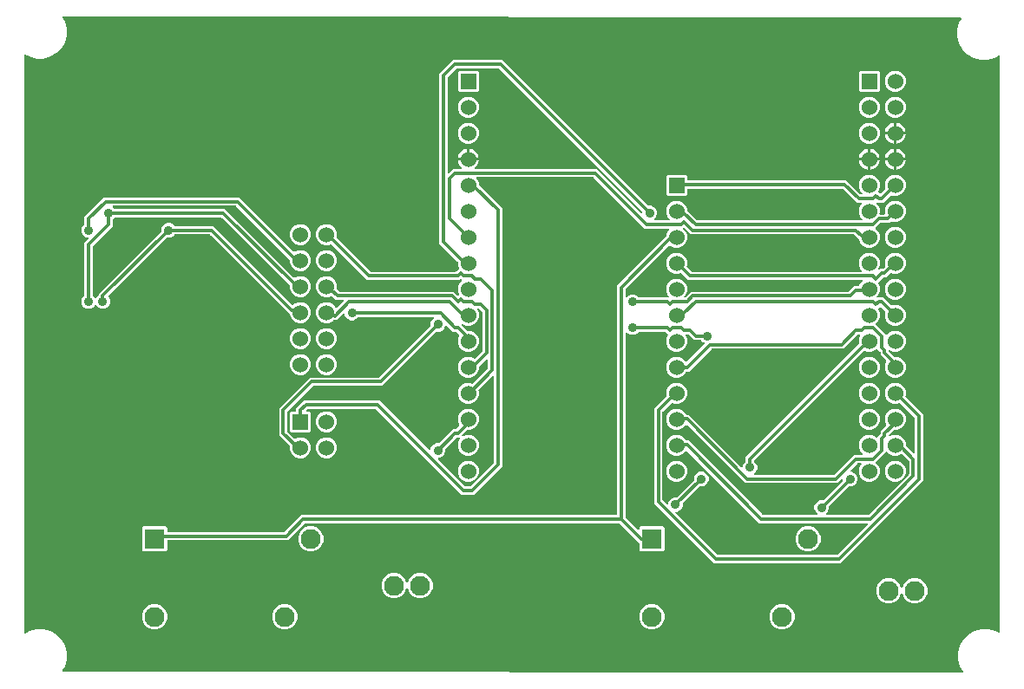
<source format=gbr>
G04 EAGLE Gerber RS-274X export*
G75*
%MOMM*%
%FSLAX34Y34*%
%LPD*%
%INBottom Copper*%
%IPPOS*%
%AMOC8*
5,1,8,0,0,1.08239X$1,22.5*%
G01*
%ADD10R,1.530000X1.530000*%
%ADD11C,1.530000*%
%ADD12R,1.950000X1.950000*%
%ADD13C,1.950000*%
%ADD14C,1.943100*%
%ADD15C,0.756400*%
%ADD16C,0.606400*%
%ADD17C,0.304800*%
%ADD18C,0.914400*%

G36*
X925484Y174067D02*
X925484Y174067D01*
X925579Y174076D01*
X925604Y174087D01*
X925632Y174091D01*
X925717Y174136D01*
X925804Y174174D01*
X925825Y174193D01*
X925849Y174206D01*
X925916Y174275D01*
X925986Y174340D01*
X926000Y174364D01*
X926019Y174384D01*
X926060Y174471D01*
X926106Y174555D01*
X926111Y174582D01*
X926123Y174607D01*
X926134Y174702D01*
X926151Y174796D01*
X926147Y174824D01*
X926150Y174851D01*
X926130Y174945D01*
X926117Y175040D01*
X926103Y175072D01*
X926098Y175092D01*
X926082Y175120D01*
X926049Y175194D01*
X923042Y180402D01*
X921259Y187056D01*
X921259Y193944D01*
X923042Y200598D01*
X926486Y206563D01*
X931357Y211434D01*
X937322Y214878D01*
X943976Y216661D01*
X950864Y216661D01*
X957518Y214878D01*
X960757Y213007D01*
X960847Y212974D01*
X960933Y212934D01*
X960961Y212930D01*
X960987Y212920D01*
X961083Y212917D01*
X961177Y212906D01*
X961205Y212912D01*
X961233Y212911D01*
X961325Y212939D01*
X961418Y212959D01*
X961442Y212973D01*
X961469Y212981D01*
X961547Y213036D01*
X961629Y213085D01*
X961647Y213106D01*
X961670Y213123D01*
X961727Y213199D01*
X961789Y213272D01*
X961799Y213298D01*
X961816Y213321D01*
X961845Y213411D01*
X961881Y213500D01*
X961885Y213535D01*
X961891Y213555D01*
X961891Y213588D01*
X961899Y213667D01*
X961899Y776397D01*
X961884Y776491D01*
X961875Y776586D01*
X961864Y776611D01*
X961860Y776639D01*
X961815Y776724D01*
X961777Y776811D01*
X961758Y776832D01*
X961744Y776857D01*
X961675Y776922D01*
X961611Y776993D01*
X961587Y777007D01*
X961566Y777026D01*
X961480Y777066D01*
X961396Y777113D01*
X961369Y777118D01*
X961343Y777130D01*
X961248Y777140D01*
X961155Y777158D01*
X961127Y777154D01*
X961099Y777157D01*
X961005Y777137D01*
X960911Y777123D01*
X960879Y777109D01*
X960858Y777105D01*
X960830Y777088D01*
X960757Y777056D01*
X956248Y774452D01*
X949594Y772669D01*
X942706Y772669D01*
X936052Y774452D01*
X930087Y777896D01*
X925216Y782767D01*
X921772Y788732D01*
X919989Y795386D01*
X919989Y802274D01*
X921772Y808928D01*
X924060Y812891D01*
X924094Y812980D01*
X924134Y813066D01*
X924137Y813094D01*
X924147Y813121D01*
X924151Y813216D01*
X924161Y813310D01*
X924155Y813338D01*
X924156Y813367D01*
X924129Y813458D01*
X924109Y813550D01*
X924095Y813575D01*
X924087Y813603D01*
X924032Y813680D01*
X923983Y813762D01*
X923962Y813780D01*
X923945Y813804D01*
X923869Y813860D01*
X923797Y813922D01*
X923770Y813933D01*
X923747Y813950D01*
X923657Y813979D01*
X923569Y814014D01*
X923533Y814018D01*
X923513Y814025D01*
X923480Y814024D01*
X923402Y814033D01*
X48223Y815176D01*
X48128Y815161D01*
X48033Y815152D01*
X48008Y815141D01*
X47980Y815137D01*
X47895Y815092D01*
X47808Y815054D01*
X47787Y815035D01*
X47763Y815022D01*
X47696Y814953D01*
X47626Y814888D01*
X47612Y814864D01*
X47593Y814844D01*
X47553Y814757D01*
X47506Y814673D01*
X47501Y814646D01*
X47489Y814621D01*
X47479Y814526D01*
X47461Y814432D01*
X47465Y814404D01*
X47462Y814377D01*
X47482Y814283D01*
X47495Y814188D01*
X47509Y814156D01*
X47514Y814136D01*
X47531Y814108D01*
X47563Y814034D01*
X49778Y810198D01*
X51561Y803544D01*
X51561Y796656D01*
X49778Y790002D01*
X46334Y784037D01*
X41463Y779166D01*
X35498Y775722D01*
X28844Y773939D01*
X21956Y773939D01*
X15302Y775722D01*
X11303Y778031D01*
X11214Y778065D01*
X11127Y778105D01*
X11099Y778108D01*
X11073Y778118D01*
X10977Y778122D01*
X10883Y778132D01*
X10855Y778126D01*
X10827Y778127D01*
X10735Y778100D01*
X10642Y778080D01*
X10618Y778066D01*
X10591Y778058D01*
X10513Y778003D01*
X10431Y777954D01*
X10413Y777932D01*
X10390Y777916D01*
X10333Y777840D01*
X10271Y777767D01*
X10261Y777741D01*
X10244Y777718D01*
X10215Y777627D01*
X10179Y777539D01*
X10175Y777504D01*
X10169Y777484D01*
X10169Y777451D01*
X10161Y777372D01*
X10161Y213228D01*
X10176Y213134D01*
X10185Y213039D01*
X10196Y213013D01*
X10200Y212985D01*
X10245Y212901D01*
X10283Y212814D01*
X10302Y212793D01*
X10316Y212768D01*
X10385Y212702D01*
X10449Y212632D01*
X10473Y212618D01*
X10494Y212598D01*
X10580Y212558D01*
X10664Y212512D01*
X10691Y212507D01*
X10717Y212495D01*
X10812Y212484D01*
X10905Y212467D01*
X10933Y212471D01*
X10961Y212468D01*
X11055Y212488D01*
X11149Y212501D01*
X11181Y212516D01*
X11202Y212520D01*
X11230Y212537D01*
X11303Y212569D01*
X15302Y214878D01*
X21956Y216661D01*
X28844Y216661D01*
X35498Y214878D01*
X41463Y211434D01*
X46334Y206563D01*
X49778Y200598D01*
X51561Y193944D01*
X51561Y187056D01*
X49778Y180402D01*
X47432Y176340D01*
X47399Y176251D01*
X47359Y176165D01*
X47356Y176137D01*
X47345Y176110D01*
X47342Y176015D01*
X47331Y175921D01*
X47337Y175893D01*
X47336Y175864D01*
X47363Y175773D01*
X47383Y175680D01*
X47398Y175656D01*
X47406Y175628D01*
X47461Y175550D01*
X47509Y175469D01*
X47531Y175450D01*
X47548Y175427D01*
X47624Y175371D01*
X47696Y175309D01*
X47723Y175298D01*
X47746Y175281D01*
X47836Y175252D01*
X47924Y175217D01*
X47960Y175213D01*
X47980Y175206D01*
X48013Y175207D01*
X48091Y175198D01*
X925389Y174052D01*
X925484Y174067D01*
G37*
%LPC*%
G36*
X682846Y280923D02*
X682846Y280923D01*
X624585Y339184D01*
X624585Y431960D01*
X627189Y434564D01*
X636289Y443664D01*
X636358Y443759D01*
X636427Y443853D01*
X636429Y443858D01*
X636433Y443864D01*
X636467Y443975D01*
X636504Y444086D01*
X636504Y444093D01*
X636505Y444099D01*
X636502Y444215D01*
X636501Y444332D01*
X636499Y444340D01*
X636499Y444345D01*
X636493Y444362D01*
X636454Y444493D01*
X636239Y445013D01*
X636239Y449067D01*
X637791Y452813D01*
X640657Y455679D01*
X644403Y457231D01*
X648457Y457231D01*
X652203Y455679D01*
X655069Y452813D01*
X656621Y449067D01*
X656621Y445013D01*
X655069Y441267D01*
X652203Y438401D01*
X648457Y436849D01*
X644403Y436849D01*
X642447Y437660D01*
X642333Y437686D01*
X642219Y437715D01*
X642213Y437714D01*
X642207Y437716D01*
X642091Y437705D01*
X641974Y437696D01*
X641969Y437693D01*
X641962Y437693D01*
X641855Y437645D01*
X641748Y437599D01*
X641742Y437595D01*
X641738Y437593D01*
X641724Y437580D01*
X641617Y437495D01*
X632938Y428815D01*
X632891Y428750D01*
X632879Y428737D01*
X632876Y428731D01*
X632825Y428672D01*
X632813Y428642D01*
X632794Y428616D01*
X632767Y428529D01*
X632733Y428444D01*
X632729Y428403D01*
X632722Y428380D01*
X632723Y428348D01*
X632715Y428277D01*
X632715Y342867D01*
X632729Y342777D01*
X632737Y342686D01*
X632749Y342656D01*
X632754Y342624D01*
X632797Y342544D01*
X632833Y342460D01*
X632859Y342428D01*
X632870Y342407D01*
X632893Y342385D01*
X632938Y342329D01*
X637002Y338265D01*
X637060Y338223D01*
X637112Y338173D01*
X637159Y338151D01*
X637201Y338121D01*
X637270Y338100D01*
X637335Y338070D01*
X637387Y338064D01*
X637437Y338049D01*
X637508Y338051D01*
X637579Y338043D01*
X637630Y338054D01*
X637682Y338055D01*
X637750Y338080D01*
X637820Y338095D01*
X637865Y338122D01*
X637913Y338140D01*
X637969Y338184D01*
X638031Y338221D01*
X638065Y338261D01*
X638105Y338293D01*
X638144Y338354D01*
X638191Y338408D01*
X638210Y338456D01*
X638238Y338500D01*
X638256Y338570D01*
X638283Y338636D01*
X638291Y338708D01*
X638299Y338739D01*
X638297Y338762D01*
X638301Y338803D01*
X638301Y339489D01*
X639384Y342103D01*
X641385Y344104D01*
X643999Y345187D01*
X646463Y345187D01*
X646553Y345201D01*
X646644Y345209D01*
X646674Y345221D01*
X646706Y345226D01*
X646786Y345269D01*
X646870Y345305D01*
X646902Y345331D01*
X646923Y345342D01*
X646945Y345365D01*
X647001Y345410D01*
X663224Y361633D01*
X663277Y361707D01*
X663337Y361776D01*
X663349Y361806D01*
X663368Y361832D01*
X663395Y361919D01*
X663429Y362004D01*
X663433Y362045D01*
X663440Y362067D01*
X663439Y362100D01*
X663447Y362171D01*
X663447Y364635D01*
X664530Y367249D01*
X666531Y369250D01*
X669145Y370333D01*
X671975Y370333D01*
X674589Y369250D01*
X676590Y367249D01*
X677673Y364635D01*
X677673Y361805D01*
X676590Y359191D01*
X674589Y357190D01*
X671975Y356107D01*
X669511Y356107D01*
X669421Y356093D01*
X669330Y356085D01*
X669300Y356073D01*
X669268Y356068D01*
X669188Y356025D01*
X669104Y355989D01*
X669072Y355963D01*
X669051Y355952D01*
X669029Y355929D01*
X668973Y355884D01*
X652750Y339661D01*
X652697Y339587D01*
X652637Y339518D01*
X652625Y339488D01*
X652606Y339462D01*
X652579Y339375D01*
X652545Y339290D01*
X652541Y339249D01*
X652534Y339227D01*
X652535Y339194D01*
X652527Y339123D01*
X652527Y336659D01*
X651444Y334045D01*
X649443Y332044D01*
X646829Y330961D01*
X646143Y330961D01*
X646072Y330950D01*
X646000Y330948D01*
X645952Y330930D01*
X645900Y330922D01*
X645837Y330888D01*
X645769Y330863D01*
X645729Y330831D01*
X645683Y330806D01*
X645633Y330754D01*
X645577Y330710D01*
X645549Y330666D01*
X645513Y330628D01*
X645483Y330563D01*
X645444Y330503D01*
X645432Y330452D01*
X645410Y330405D01*
X645402Y330334D01*
X645384Y330264D01*
X645388Y330212D01*
X645383Y330161D01*
X645398Y330090D01*
X645404Y330019D01*
X645424Y329971D01*
X645435Y329920D01*
X645472Y329859D01*
X645500Y329793D01*
X645545Y329737D01*
X645561Y329709D01*
X645579Y329694D01*
X645605Y329662D01*
X685991Y289276D01*
X686065Y289223D01*
X686134Y289163D01*
X686164Y289151D01*
X686190Y289132D01*
X686277Y289105D01*
X686362Y289071D01*
X686403Y289067D01*
X686426Y289060D01*
X686458Y289061D01*
X686529Y289053D01*
X802673Y289053D01*
X802763Y289067D01*
X802854Y289075D01*
X802884Y289087D01*
X802916Y289092D01*
X802996Y289135D01*
X803080Y289171D01*
X803112Y289197D01*
X803133Y289208D01*
X803155Y289231D01*
X803211Y289276D01*
X832675Y318740D01*
X832717Y318798D01*
X832767Y318850D01*
X832789Y318897D01*
X832819Y318939D01*
X832840Y319008D01*
X832870Y319073D01*
X832876Y319125D01*
X832891Y319175D01*
X832889Y319246D01*
X832897Y319317D01*
X832886Y319368D01*
X832885Y319420D01*
X832860Y319488D01*
X832845Y319558D01*
X832818Y319603D01*
X832800Y319651D01*
X832756Y319707D01*
X832719Y319769D01*
X832679Y319803D01*
X832647Y319843D01*
X832586Y319882D01*
X832532Y319929D01*
X832484Y319948D01*
X832440Y319976D01*
X832370Y319994D01*
X832304Y320021D01*
X832232Y320029D01*
X832201Y320037D01*
X832178Y320035D01*
X832137Y320039D01*
X727550Y320039D01*
X724946Y322643D01*
X656476Y391113D01*
X656439Y391140D01*
X656408Y391174D01*
X656339Y391212D01*
X656276Y391257D01*
X656233Y391270D01*
X656192Y391293D01*
X656116Y391306D01*
X656041Y391329D01*
X655995Y391328D01*
X655950Y391336D01*
X655873Y391325D01*
X655795Y391323D01*
X655752Y391307D01*
X655707Y391301D01*
X655638Y391265D01*
X655564Y391239D01*
X655529Y391210D01*
X655488Y391189D01*
X655433Y391133D01*
X655372Y391085D01*
X655348Y391046D01*
X655315Y391013D01*
X655249Y390894D01*
X655239Y390878D01*
X655238Y390873D01*
X655235Y390866D01*
X655069Y390467D01*
X652203Y387601D01*
X648457Y386049D01*
X644403Y386049D01*
X640657Y387601D01*
X637791Y390467D01*
X636239Y394213D01*
X636239Y398267D01*
X637791Y402013D01*
X640657Y404879D01*
X644403Y406431D01*
X648457Y406431D01*
X652203Y404879D01*
X655069Y402013D01*
X655372Y401283D01*
X655433Y401183D01*
X655493Y401083D01*
X655498Y401079D01*
X655501Y401074D01*
X655591Y400999D01*
X655680Y400923D01*
X655686Y400921D01*
X655691Y400917D01*
X655799Y400875D01*
X655908Y400831D01*
X655916Y400830D01*
X655920Y400829D01*
X655939Y400828D01*
X656075Y400813D01*
X658274Y400813D01*
X730695Y328392D01*
X730769Y328339D01*
X730838Y328279D01*
X730868Y328267D01*
X730894Y328248D01*
X730981Y328221D01*
X731066Y328187D01*
X731107Y328183D01*
X731130Y328176D01*
X731162Y328177D01*
X731233Y328169D01*
X783123Y328169D01*
X783193Y328180D01*
X783265Y328182D01*
X783314Y328200D01*
X783365Y328208D01*
X783429Y328242D01*
X783496Y328267D01*
X783537Y328299D01*
X783583Y328324D01*
X783632Y328376D01*
X783688Y328420D01*
X783716Y328464D01*
X783752Y328502D01*
X783782Y328567D01*
X783821Y328627D01*
X783834Y328678D01*
X783856Y328725D01*
X783864Y328796D01*
X783881Y328866D01*
X783877Y328918D01*
X783883Y328969D01*
X783868Y329040D01*
X783862Y329111D01*
X783842Y329159D01*
X783831Y329210D01*
X783794Y329271D01*
X783766Y329337D01*
X783721Y329393D01*
X783704Y329421D01*
X783687Y329436D01*
X783661Y329468D01*
X781878Y331251D01*
X780795Y333865D01*
X780795Y336695D01*
X781878Y339309D01*
X783879Y341310D01*
X786493Y342393D01*
X788957Y342393D01*
X789047Y342407D01*
X789138Y342415D01*
X789168Y342427D01*
X789200Y342432D01*
X789280Y342475D01*
X789364Y342511D01*
X789396Y342537D01*
X789417Y342548D01*
X789439Y342571D01*
X789495Y342616D01*
X808512Y361633D01*
X808565Y361707D01*
X808625Y361776D01*
X808637Y361806D01*
X808656Y361832D01*
X808683Y361919D01*
X808717Y362004D01*
X808721Y362045D01*
X808728Y362067D01*
X808727Y362100D01*
X808735Y362171D01*
X808735Y362491D01*
X808724Y362562D01*
X808722Y362634D01*
X808704Y362682D01*
X808696Y362734D01*
X808662Y362797D01*
X808637Y362865D01*
X808605Y362905D01*
X808580Y362951D01*
X808528Y363001D01*
X808484Y363057D01*
X808440Y363085D01*
X808402Y363121D01*
X808337Y363151D01*
X808277Y363190D01*
X808226Y363202D01*
X808179Y363224D01*
X808108Y363232D01*
X808038Y363250D01*
X807986Y363246D01*
X807935Y363251D01*
X807864Y363236D01*
X807793Y363230D01*
X807745Y363210D01*
X807694Y363199D01*
X807633Y363162D01*
X807567Y363134D01*
X807511Y363089D01*
X807483Y363073D01*
X807468Y363055D01*
X807436Y363029D01*
X803562Y359155D01*
X713580Y359155D01*
X710976Y361759D01*
X656402Y416334D01*
X656365Y416361D01*
X656333Y416394D01*
X656265Y416432D01*
X656202Y416477D01*
X656158Y416491D01*
X656118Y416513D01*
X656041Y416527D01*
X655967Y416550D01*
X655921Y416549D01*
X655876Y416557D01*
X655799Y416545D01*
X655721Y416543D01*
X655678Y416528D01*
X655633Y416521D01*
X655563Y416486D01*
X655490Y416459D01*
X655454Y416430D01*
X655413Y416409D01*
X655359Y416354D01*
X655298Y416305D01*
X655273Y416267D01*
X655241Y416234D01*
X655175Y416114D01*
X655165Y416098D01*
X655164Y416093D01*
X655160Y416087D01*
X655069Y415867D01*
X652203Y413001D01*
X648457Y411449D01*
X644403Y411449D01*
X640657Y413001D01*
X637791Y415867D01*
X636239Y419613D01*
X636239Y423667D01*
X637791Y427413D01*
X640657Y430279D01*
X644403Y431831D01*
X648457Y431831D01*
X652203Y430279D01*
X655069Y427413D01*
X655477Y426429D01*
X655538Y426329D01*
X655598Y426229D01*
X655603Y426225D01*
X655606Y426220D01*
X655696Y426145D01*
X655785Y426069D01*
X655791Y426067D01*
X655796Y426063D01*
X655904Y426021D01*
X656013Y425977D01*
X656021Y425976D01*
X656026Y425975D01*
X656044Y425974D01*
X656180Y425959D01*
X658274Y425959D01*
X709646Y374587D01*
X709704Y374545D01*
X709756Y374495D01*
X709803Y374473D01*
X709845Y374443D01*
X709914Y374422D01*
X709979Y374392D01*
X710031Y374386D01*
X710081Y374371D01*
X710152Y374373D01*
X710223Y374365D01*
X710274Y374376D01*
X710326Y374377D01*
X710394Y374402D01*
X710464Y374417D01*
X710509Y374444D01*
X710557Y374462D01*
X710613Y374506D01*
X710675Y374543D01*
X710709Y374583D01*
X710749Y374615D01*
X710788Y374676D01*
X710835Y374730D01*
X710854Y374778D01*
X710882Y374822D01*
X710900Y374892D01*
X710927Y374958D01*
X710935Y375030D01*
X710943Y375061D01*
X710941Y375084D01*
X710945Y375125D01*
X710945Y375811D01*
X712028Y378425D01*
X713770Y380167D01*
X713823Y380241D01*
X713883Y380311D01*
X713895Y380341D01*
X713914Y380367D01*
X713941Y380454D01*
X713975Y380539D01*
X713979Y380580D01*
X713986Y380602D01*
X713985Y380634D01*
X713993Y380706D01*
X713993Y384462D01*
X716597Y387066D01*
X824175Y494643D01*
X824243Y494738D01*
X824313Y494832D01*
X824315Y494838D01*
X824319Y494843D01*
X824353Y494954D01*
X824389Y495066D01*
X824389Y495072D01*
X824391Y495078D01*
X824388Y495195D01*
X824387Y495312D01*
X824385Y495319D01*
X824385Y495324D01*
X824378Y495342D01*
X824340Y495473D01*
X824199Y495813D01*
X824199Y499867D01*
X825659Y503391D01*
X825669Y503433D01*
X825685Y503468D01*
X825685Y503469D01*
X825689Y503477D01*
X825697Y503554D01*
X825715Y503630D01*
X825711Y503676D01*
X825716Y503721D01*
X825699Y503798D01*
X825692Y503875D01*
X825673Y503917D01*
X825663Y503962D01*
X825624Y504029D01*
X825592Y504100D01*
X825561Y504134D01*
X825537Y504173D01*
X825478Y504224D01*
X825425Y504281D01*
X825385Y504303D01*
X825350Y504333D01*
X825278Y504362D01*
X825210Y504399D01*
X825165Y504408D01*
X825122Y504425D01*
X824986Y504440D01*
X824968Y504443D01*
X824963Y504442D01*
X824956Y504443D01*
X823435Y504443D01*
X823345Y504429D01*
X823254Y504421D01*
X823224Y504409D01*
X823192Y504404D01*
X823112Y504361D01*
X823028Y504325D01*
X822996Y504299D01*
X822975Y504288D01*
X822967Y504280D01*
X822966Y504279D01*
X822951Y504264D01*
X822897Y504220D01*
X809150Y490473D01*
X680941Y490473D01*
X680851Y490459D01*
X680760Y490451D01*
X680730Y490439D01*
X680698Y490434D01*
X680618Y490391D01*
X680534Y490355D01*
X680502Y490329D01*
X680481Y490318D01*
X680459Y490295D01*
X680403Y490250D01*
X658274Y468121D01*
X656180Y468121D01*
X656065Y468102D01*
X655949Y468085D01*
X655944Y468083D01*
X655937Y468082D01*
X655835Y468027D01*
X655730Y467974D01*
X655726Y467969D01*
X655720Y467966D01*
X655640Y467882D01*
X655558Y467798D01*
X655554Y467792D01*
X655551Y467788D01*
X655543Y467771D01*
X655477Y467651D01*
X655069Y466667D01*
X652203Y463801D01*
X648457Y462249D01*
X644403Y462249D01*
X640657Y463801D01*
X637791Y466667D01*
X636239Y470413D01*
X636239Y474467D01*
X637791Y478213D01*
X640657Y481079D01*
X644403Y482631D01*
X648457Y482631D01*
X652203Y481079D01*
X655069Y478213D01*
X655160Y477993D01*
X655184Y477954D01*
X655200Y477911D01*
X655249Y477850D01*
X655290Y477784D01*
X655325Y477755D01*
X655354Y477719D01*
X655419Y477677D01*
X655479Y477627D01*
X655522Y477611D01*
X655561Y477586D01*
X655636Y477567D01*
X655709Y477539D01*
X655755Y477537D01*
X655799Y477526D01*
X655877Y477532D01*
X655955Y477529D01*
X655999Y477541D01*
X656044Y477545D01*
X656116Y477575D01*
X656191Y477597D01*
X656229Y477623D01*
X656271Y477641D01*
X656378Y477727D01*
X656393Y477737D01*
X656396Y477741D01*
X656402Y477746D01*
X673736Y495081D01*
X673763Y495118D01*
X673797Y495149D01*
X673835Y495218D01*
X673880Y495281D01*
X673893Y495324D01*
X673916Y495365D01*
X673929Y495441D01*
X673952Y495516D01*
X673951Y495562D01*
X673959Y495607D01*
X673948Y495684D01*
X673946Y495762D01*
X673930Y495805D01*
X673924Y495850D01*
X673888Y495920D01*
X673862Y495993D01*
X673833Y496028D01*
X673812Y496069D01*
X673756Y496124D01*
X673708Y496185D01*
X673669Y496209D01*
X673636Y496242D01*
X673517Y496308D01*
X673501Y496318D01*
X673496Y496319D01*
X673489Y496322D01*
X672119Y496890D01*
X670377Y498632D01*
X670303Y498685D01*
X670233Y498745D01*
X670203Y498757D01*
X670177Y498776D01*
X670090Y498803D01*
X670005Y498837D01*
X669964Y498841D01*
X669942Y498848D01*
X669910Y498847D01*
X669838Y498855D01*
X663288Y498855D01*
X657923Y504220D01*
X657849Y504273D01*
X657780Y504333D01*
X657750Y504345D01*
X657724Y504364D01*
X657637Y504391D01*
X657552Y504425D01*
X657511Y504429D01*
X657488Y504436D01*
X657456Y504435D01*
X657385Y504443D01*
X655864Y504443D01*
X655819Y504436D01*
X655773Y504438D01*
X655698Y504416D01*
X655622Y504404D01*
X655581Y504382D01*
X655537Y504369D01*
X655473Y504325D01*
X655404Y504288D01*
X655373Y504255D01*
X655335Y504229D01*
X655289Y504166D01*
X655235Y504110D01*
X655216Y504068D01*
X655188Y504032D01*
X655164Y503958D01*
X655131Y503887D01*
X655126Y503841D01*
X655112Y503798D01*
X655113Y503720D01*
X655104Y503643D01*
X655114Y503598D01*
X655114Y503552D01*
X655153Y503420D01*
X655157Y503402D01*
X655159Y503398D01*
X655160Y503395D01*
X655160Y503393D01*
X655161Y503393D01*
X655161Y503391D01*
X656621Y499867D01*
X656621Y495813D01*
X655069Y492067D01*
X652203Y489201D01*
X648457Y487649D01*
X644403Y487649D01*
X640657Y489201D01*
X637791Y492067D01*
X636239Y495813D01*
X636239Y499867D01*
X637791Y503613D01*
X637844Y503665D01*
X637855Y503682D01*
X637871Y503694D01*
X637927Y503781D01*
X637987Y503865D01*
X637993Y503884D01*
X638004Y503901D01*
X638029Y504001D01*
X638060Y504100D01*
X638059Y504120D01*
X638064Y504140D01*
X638056Y504243D01*
X638053Y504346D01*
X638046Y504365D01*
X638045Y504385D01*
X638004Y504480D01*
X637969Y504577D01*
X637956Y504593D01*
X637948Y504611D01*
X637844Y504742D01*
X635571Y507014D01*
X635497Y507067D01*
X635428Y507127D01*
X635398Y507139D01*
X635372Y507158D01*
X635284Y507185D01*
X635200Y507219D01*
X635159Y507223D01*
X635136Y507230D01*
X635104Y507229D01*
X635033Y507237D01*
X609814Y507237D01*
X609723Y507223D01*
X609633Y507215D01*
X609603Y507203D01*
X609571Y507198D01*
X609490Y507155D01*
X609406Y507119D01*
X609374Y507093D01*
X609353Y507082D01*
X609331Y507059D01*
X609275Y507014D01*
X607533Y505272D01*
X604919Y504189D01*
X602089Y504189D01*
X599475Y505272D01*
X597692Y507055D01*
X597634Y507097D01*
X597582Y507146D01*
X597535Y507168D01*
X597493Y507198D01*
X597424Y507219D01*
X597359Y507250D01*
X597307Y507255D01*
X597257Y507271D01*
X597186Y507269D01*
X597115Y507277D01*
X597064Y507266D01*
X597012Y507264D01*
X596944Y507240D01*
X596874Y507225D01*
X596829Y507198D01*
X596781Y507180D01*
X596725Y507135D01*
X596663Y507098D01*
X596629Y507059D01*
X596589Y507026D01*
X596550Y506966D01*
X596503Y506911D01*
X596484Y506863D01*
X596456Y506819D01*
X596438Y506750D01*
X596411Y506683D01*
X596403Y506612D01*
X596395Y506581D01*
X596397Y506557D01*
X596393Y506517D01*
X596393Y326103D01*
X596407Y326013D01*
X596415Y325922D01*
X596427Y325892D01*
X596432Y325860D01*
X596475Y325780D01*
X596511Y325696D01*
X596537Y325664D01*
X596548Y325643D01*
X596571Y325621D01*
X596616Y325565D01*
X608710Y313471D01*
X608768Y313429D01*
X608820Y313379D01*
X608867Y313357D01*
X608909Y313327D01*
X608978Y313306D01*
X609043Y313276D01*
X609095Y313270D01*
X609145Y313255D01*
X609216Y313257D01*
X609287Y313249D01*
X609338Y313260D01*
X609390Y313261D01*
X609458Y313286D01*
X609528Y313301D01*
X609572Y313328D01*
X609621Y313346D01*
X609677Y313390D01*
X609739Y313427D01*
X609773Y313467D01*
X609813Y313499D01*
X609852Y313560D01*
X609899Y313614D01*
X609918Y313662D01*
X609946Y313706D01*
X609964Y313776D01*
X609991Y313842D01*
X609999Y313914D01*
X610007Y313945D01*
X610005Y313968D01*
X610009Y314009D01*
X610009Y315502D01*
X611498Y316991D01*
X633102Y316991D01*
X634591Y315502D01*
X634591Y293898D01*
X633102Y292409D01*
X611498Y292409D01*
X610009Y293898D01*
X610009Y300359D01*
X609995Y300449D01*
X609987Y300540D01*
X609975Y300570D01*
X609970Y300602D01*
X609927Y300682D01*
X609891Y300766D01*
X609865Y300799D01*
X609854Y300819D01*
X609831Y300841D01*
X609786Y300897D01*
X607598Y303085D01*
X590867Y319816D01*
X590793Y319869D01*
X590724Y319929D01*
X590694Y319941D01*
X590668Y319960D01*
X590581Y319987D01*
X590496Y320021D01*
X590455Y320025D01*
X590433Y320032D01*
X590400Y320031D01*
X590329Y320039D01*
X284193Y320039D01*
X284103Y320025D01*
X284012Y320017D01*
X283982Y320005D01*
X283950Y320000D01*
X283870Y319957D01*
X283786Y319921D01*
X283754Y319895D01*
X283733Y319884D01*
X283711Y319861D01*
X283655Y319816D01*
X267114Y303275D01*
X150212Y303275D01*
X150192Y303272D01*
X150173Y303274D01*
X150071Y303252D01*
X149969Y303236D01*
X149952Y303226D01*
X149932Y303222D01*
X149843Y303169D01*
X149752Y303120D01*
X149738Y303106D01*
X149721Y303096D01*
X149654Y303017D01*
X149582Y302942D01*
X149574Y302924D01*
X149561Y302909D01*
X149522Y302813D01*
X149479Y302719D01*
X149477Y302699D01*
X149469Y302681D01*
X149451Y302514D01*
X149451Y293898D01*
X147962Y292409D01*
X126358Y292409D01*
X124869Y293898D01*
X124869Y315502D01*
X126358Y316991D01*
X147962Y316991D01*
X149451Y315502D01*
X149451Y312166D01*
X149454Y312146D01*
X149452Y312127D01*
X149474Y312025D01*
X149490Y311923D01*
X149500Y311906D01*
X149504Y311886D01*
X149557Y311797D01*
X149606Y311706D01*
X149620Y311692D01*
X149630Y311675D01*
X149709Y311608D01*
X149784Y311536D01*
X149802Y311528D01*
X149817Y311515D01*
X149913Y311476D01*
X150007Y311433D01*
X150027Y311431D01*
X150045Y311423D01*
X150212Y311405D01*
X263431Y311405D01*
X263521Y311419D01*
X263612Y311427D01*
X263642Y311439D01*
X263674Y311444D01*
X263754Y311487D01*
X263838Y311523D01*
X263870Y311549D01*
X263891Y311560D01*
X263913Y311583D01*
X263969Y311628D01*
X280510Y328169D01*
X587502Y328169D01*
X587522Y328172D01*
X587541Y328170D01*
X587643Y328192D01*
X587745Y328208D01*
X587762Y328218D01*
X587782Y328222D01*
X587871Y328275D01*
X587962Y328324D01*
X587976Y328338D01*
X587993Y328348D01*
X588060Y328427D01*
X588132Y328502D01*
X588140Y328520D01*
X588153Y328535D01*
X588192Y328631D01*
X588235Y328725D01*
X588237Y328745D01*
X588245Y328763D01*
X588263Y328930D01*
X588263Y552102D01*
X636016Y599855D01*
X636065Y599922D01*
X636066Y599924D01*
X636067Y599925D01*
X636069Y599929D01*
X636129Y599998D01*
X636141Y600028D01*
X636160Y600054D01*
X636187Y600141D01*
X636221Y600226D01*
X636225Y600267D01*
X636232Y600290D01*
X636231Y600322D01*
X636239Y600393D01*
X636239Y601467D01*
X637791Y605213D01*
X639100Y606522D01*
X639142Y606580D01*
X639191Y606632D01*
X639213Y606679D01*
X639243Y606721D01*
X639265Y606790D01*
X639295Y606855D01*
X639300Y606907D01*
X639316Y606957D01*
X639314Y607028D01*
X639322Y607099D01*
X639311Y607150D01*
X639309Y607202D01*
X639285Y607270D01*
X639270Y607340D01*
X639243Y607385D01*
X639225Y607433D01*
X639180Y607489D01*
X639143Y607551D01*
X639104Y607585D01*
X639071Y607625D01*
X639011Y607664D01*
X638956Y607711D01*
X638908Y607730D01*
X638864Y607758D01*
X638795Y607776D01*
X638728Y607803D01*
X638657Y607811D01*
X638626Y607819D01*
X638603Y607817D01*
X638562Y607821D01*
X615790Y607821D01*
X565721Y657890D01*
X565647Y657943D01*
X565578Y658003D01*
X565548Y658015D01*
X565522Y658034D01*
X565435Y658061D01*
X565350Y658095D01*
X565309Y658099D01*
X565286Y658106D01*
X565254Y658105D01*
X565183Y658113D01*
X451606Y658113D01*
X451536Y658102D01*
X451464Y658100D01*
X451415Y658082D01*
X451364Y658074D01*
X451300Y658040D01*
X451233Y658015D01*
X451192Y657983D01*
X451146Y657958D01*
X451097Y657906D01*
X451041Y657862D01*
X451013Y657818D01*
X450977Y657780D01*
X450947Y657715D01*
X450908Y657655D01*
X450895Y657604D01*
X450873Y657557D01*
X450865Y657486D01*
X450848Y657416D01*
X450852Y657364D01*
X450846Y657313D01*
X450861Y657242D01*
X450867Y657171D01*
X450887Y657123D01*
X450898Y657072D01*
X450935Y657011D01*
X450963Y656945D01*
X451008Y656889D01*
X451025Y656861D01*
X451042Y656846D01*
X451068Y656814D01*
X451869Y656013D01*
X453421Y652267D01*
X453421Y650685D01*
X453435Y650595D01*
X453443Y650504D01*
X453455Y650474D01*
X453460Y650442D01*
X453503Y650362D01*
X453539Y650278D01*
X453565Y650245D01*
X453576Y650225D01*
X453599Y650203D01*
X453644Y650147D01*
X454122Y649669D01*
X476251Y627540D01*
X476251Y375506D01*
X448724Y347979D01*
X436974Y347979D01*
X353377Y431576D01*
X353303Y431629D01*
X353234Y431689D01*
X353204Y431701D01*
X353178Y431720D01*
X353091Y431747D01*
X353006Y431781D01*
X352965Y431785D01*
X352942Y431792D01*
X352910Y431791D01*
X352839Y431799D01*
X286987Y431799D01*
X286897Y431785D01*
X286806Y431777D01*
X286776Y431765D01*
X286744Y431760D01*
X286664Y431717D01*
X286580Y431681D01*
X286547Y431655D01*
X286527Y431644D01*
X286505Y431621D01*
X286449Y431576D01*
X285463Y430590D01*
X285421Y430532D01*
X285371Y430480D01*
X285349Y430433D01*
X285319Y430391D01*
X285298Y430322D01*
X285268Y430257D01*
X285262Y430205D01*
X285247Y430155D01*
X285249Y430084D01*
X285241Y430013D01*
X285252Y429962D01*
X285253Y429910D01*
X285278Y429842D01*
X285293Y429772D01*
X285320Y429727D01*
X285338Y429679D01*
X285382Y429623D01*
X285419Y429561D01*
X285459Y429527D01*
X285491Y429487D01*
X285552Y429448D01*
X285606Y429401D01*
X285654Y429382D01*
X285698Y429354D01*
X285768Y429336D01*
X285834Y429309D01*
X285905Y429301D01*
X285937Y429293D01*
X285960Y429295D01*
X286001Y429291D01*
X288102Y429291D01*
X289591Y427802D01*
X289591Y410398D01*
X288102Y408909D01*
X270698Y408909D01*
X269209Y410398D01*
X269209Y427802D01*
X270698Y429291D01*
X274574Y429291D01*
X274594Y429294D01*
X274613Y429292D01*
X274715Y429314D01*
X274817Y429330D01*
X274834Y429340D01*
X274854Y429344D01*
X274943Y429397D01*
X275034Y429446D01*
X275048Y429460D01*
X275065Y429470D01*
X275132Y429549D01*
X275204Y429624D01*
X275212Y429642D01*
X275225Y429657D01*
X275264Y429753D01*
X275307Y429847D01*
X275309Y429867D01*
X275317Y429885D01*
X275335Y430052D01*
X275335Y431960D01*
X283304Y439929D01*
X356522Y439929D01*
X405100Y391351D01*
X405158Y391309D01*
X405210Y391259D01*
X405257Y391237D01*
X405299Y391207D01*
X405368Y391186D01*
X405433Y391156D01*
X405485Y391150D01*
X405535Y391135D01*
X405606Y391137D01*
X405677Y391129D01*
X405728Y391140D01*
X405780Y391141D01*
X405848Y391166D01*
X405918Y391181D01*
X405963Y391208D01*
X406011Y391226D01*
X406067Y391270D01*
X406129Y391307D01*
X406163Y391347D01*
X406203Y391379D01*
X406242Y391440D01*
X406289Y391494D01*
X406308Y391542D01*
X406336Y391586D01*
X406354Y391656D01*
X406381Y391722D01*
X406389Y391794D01*
X406397Y391825D01*
X406395Y391848D01*
X406399Y391889D01*
X406399Y392575D01*
X407482Y395189D01*
X409483Y397190D01*
X412097Y398273D01*
X414561Y398273D01*
X414651Y398287D01*
X414742Y398295D01*
X414772Y398307D01*
X414804Y398312D01*
X414884Y398355D01*
X414968Y398391D01*
X415000Y398417D01*
X415021Y398428D01*
X415043Y398451D01*
X415099Y398496D01*
X425988Y409385D01*
X428592Y411989D01*
X431071Y411989D01*
X431161Y412003D01*
X431252Y412011D01*
X431282Y412023D01*
X431314Y412028D01*
X431394Y412071D01*
X431478Y412107D01*
X431510Y412133D01*
X431531Y412144D01*
X431553Y412167D01*
X431609Y412212D01*
X434429Y415031D01*
X434496Y415125D01*
X434566Y415220D01*
X434568Y415226D01*
X434572Y415231D01*
X434606Y415342D01*
X434643Y415453D01*
X434643Y415460D01*
X434644Y415466D01*
X434641Y415583D01*
X434640Y415699D01*
X434638Y415707D01*
X434638Y415712D01*
X434632Y415729D01*
X434594Y415861D01*
X433039Y419613D01*
X433039Y423667D01*
X434591Y427413D01*
X437457Y430279D01*
X441203Y431831D01*
X445257Y431831D01*
X449003Y430279D01*
X451869Y427413D01*
X453421Y423667D01*
X453421Y419613D01*
X451869Y415867D01*
X449003Y413001D01*
X445257Y411449D01*
X442659Y411449D01*
X442569Y411435D01*
X442478Y411427D01*
X442448Y411415D01*
X442416Y411410D01*
X442336Y411367D01*
X442252Y411331D01*
X442220Y411305D01*
X442199Y411294D01*
X442177Y411271D01*
X442121Y411226D01*
X437289Y406395D01*
X437232Y406316D01*
X437170Y406241D01*
X437161Y406216D01*
X437146Y406195D01*
X437117Y406102D01*
X437082Y406011D01*
X437081Y405985D01*
X437073Y405960D01*
X437076Y405863D01*
X437072Y405765D01*
X437079Y405740D01*
X437080Y405714D01*
X437113Y405623D01*
X437140Y405529D01*
X437155Y405508D01*
X437164Y405483D01*
X437225Y405407D01*
X437281Y405327D01*
X437301Y405312D01*
X437318Y405291D01*
X437400Y405238D01*
X437478Y405180D01*
X437503Y405172D01*
X437525Y405158D01*
X437619Y405134D01*
X437712Y405104D01*
X437738Y405104D01*
X437763Y405098D01*
X437860Y405106D01*
X437958Y405106D01*
X437989Y405116D01*
X438008Y405117D01*
X438039Y405130D01*
X438119Y405153D01*
X441203Y406431D01*
X445257Y406431D01*
X449003Y404879D01*
X451869Y402013D01*
X453421Y398267D01*
X453421Y394213D01*
X451869Y390467D01*
X449003Y387601D01*
X445257Y386049D01*
X441203Y386049D01*
X437457Y387601D01*
X434591Y390467D01*
X433039Y394213D01*
X433039Y398267D01*
X434591Y402013D01*
X435138Y402560D01*
X435180Y402618D01*
X435229Y402670D01*
X435251Y402717D01*
X435281Y402759D01*
X435303Y402828D01*
X435333Y402893D01*
X435338Y402945D01*
X435354Y402995D01*
X435352Y403066D01*
X435360Y403137D01*
X435349Y403188D01*
X435347Y403240D01*
X435323Y403308D01*
X435308Y403378D01*
X435281Y403423D01*
X435263Y403471D01*
X435218Y403527D01*
X435181Y403589D01*
X435142Y403623D01*
X435109Y403663D01*
X435049Y403702D01*
X434994Y403749D01*
X434946Y403768D01*
X434902Y403796D01*
X434833Y403814D01*
X434766Y403841D01*
X434695Y403849D01*
X434664Y403857D01*
X434641Y403855D01*
X434600Y403859D01*
X432275Y403859D01*
X432185Y403845D01*
X432094Y403837D01*
X432064Y403825D01*
X432032Y403820D01*
X431952Y403777D01*
X431868Y403741D01*
X431836Y403715D01*
X431815Y403704D01*
X431793Y403681D01*
X431737Y403636D01*
X420848Y392747D01*
X420795Y392673D01*
X420735Y392604D01*
X420723Y392574D01*
X420704Y392548D01*
X420677Y392461D01*
X420643Y392376D01*
X420639Y392335D01*
X420632Y392313D01*
X420633Y392280D01*
X420625Y392209D01*
X420625Y389745D01*
X419542Y387131D01*
X417541Y385130D01*
X414927Y384047D01*
X414241Y384047D01*
X414170Y384036D01*
X414098Y384034D01*
X414050Y384016D01*
X413998Y384008D01*
X413935Y383974D01*
X413867Y383949D01*
X413827Y383917D01*
X413781Y383892D01*
X413731Y383840D01*
X413675Y383796D01*
X413647Y383752D01*
X413611Y383714D01*
X413581Y383649D01*
X413542Y383589D01*
X413530Y383538D01*
X413508Y383491D01*
X413500Y383420D01*
X413482Y383350D01*
X413486Y383298D01*
X413481Y383247D01*
X413496Y383176D01*
X413502Y383105D01*
X413522Y383057D01*
X413533Y383006D01*
X413570Y382945D01*
X413598Y382879D01*
X413643Y382823D01*
X413659Y382795D01*
X413677Y382780D01*
X413703Y382748D01*
X440119Y356332D01*
X440193Y356279D01*
X440262Y356219D01*
X440292Y356207D01*
X440318Y356188D01*
X440405Y356161D01*
X440490Y356127D01*
X440531Y356123D01*
X440554Y356116D01*
X440586Y356117D01*
X440657Y356109D01*
X445041Y356109D01*
X445131Y356123D01*
X445222Y356131D01*
X445252Y356143D01*
X445284Y356148D01*
X445364Y356191D01*
X445448Y356227D01*
X445480Y356253D01*
X445501Y356264D01*
X445523Y356287D01*
X445579Y356332D01*
X467898Y378651D01*
X467951Y378725D01*
X468011Y378794D01*
X468023Y378824D01*
X468042Y378850D01*
X468069Y378937D01*
X468103Y379022D01*
X468107Y379063D01*
X468114Y379086D01*
X468113Y379118D01*
X468121Y379189D01*
X468121Y463329D01*
X468118Y463348D01*
X468120Y463366D01*
X468109Y463417D01*
X468108Y463472D01*
X468090Y463521D01*
X468082Y463572D01*
X468071Y463591D01*
X468068Y463607D01*
X468044Y463647D01*
X468023Y463703D01*
X467991Y463743D01*
X467966Y463789D01*
X467949Y463806D01*
X467942Y463818D01*
X467908Y463846D01*
X467870Y463895D01*
X467826Y463923D01*
X467788Y463959D01*
X467764Y463970D01*
X467755Y463978D01*
X467716Y463993D01*
X467663Y464028D01*
X467612Y464040D01*
X467565Y464062D01*
X467537Y464065D01*
X467527Y464069D01*
X467472Y464076D01*
X467424Y464088D01*
X467388Y464085D01*
X467360Y464088D01*
X467358Y464088D01*
X467348Y464086D01*
X467321Y464089D01*
X467250Y464074D01*
X467179Y464068D01*
X467142Y464053D01*
X467115Y464048D01*
X467103Y464042D01*
X467080Y464037D01*
X467019Y464000D01*
X466953Y463972D01*
X466916Y463943D01*
X466898Y463933D01*
X466886Y463921D01*
X466869Y463911D01*
X466854Y463893D01*
X466822Y463867D01*
X453371Y450416D01*
X453303Y450322D01*
X453233Y450227D01*
X453231Y450221D01*
X453227Y450216D01*
X453193Y450105D01*
X453156Y449994D01*
X453156Y449987D01*
X453155Y449981D01*
X453158Y449865D01*
X453159Y449748D01*
X453161Y449740D01*
X453161Y449735D01*
X453167Y449718D01*
X453206Y449587D01*
X453421Y449067D01*
X453421Y445013D01*
X451869Y441267D01*
X449003Y438401D01*
X445257Y436849D01*
X441203Y436849D01*
X437457Y438401D01*
X434591Y441267D01*
X433039Y445013D01*
X433039Y449067D01*
X434591Y452813D01*
X437457Y455679D01*
X441203Y457231D01*
X445257Y457231D01*
X447213Y456420D01*
X447327Y456394D01*
X447441Y456365D01*
X447447Y456366D01*
X447453Y456364D01*
X447569Y456375D01*
X447686Y456384D01*
X447691Y456387D01*
X447698Y456387D01*
X447805Y456435D01*
X447912Y456481D01*
X447918Y456485D01*
X447922Y456487D01*
X447936Y456500D01*
X448043Y456585D01*
X462310Y470853D01*
X462363Y470927D01*
X462423Y470996D01*
X462435Y471026D01*
X462454Y471052D01*
X462481Y471139D01*
X462515Y471224D01*
X462519Y471265D01*
X462526Y471288D01*
X462525Y471320D01*
X462533Y471391D01*
X462533Y480093D01*
X462531Y480105D01*
X462532Y480114D01*
X462523Y480157D01*
X462522Y480164D01*
X462520Y480236D01*
X462502Y480285D01*
X462494Y480336D01*
X462460Y480399D01*
X462435Y480467D01*
X462403Y480507D01*
X462378Y480553D01*
X462327Y480603D01*
X462282Y480659D01*
X462238Y480687D01*
X462200Y480723D01*
X462135Y480753D01*
X462075Y480792D01*
X462024Y480804D01*
X461977Y480826D01*
X461906Y480834D01*
X461836Y480852D01*
X461784Y480848D01*
X461733Y480853D01*
X461662Y480838D01*
X461591Y480832D01*
X461543Y480812D01*
X461492Y480801D01*
X461431Y480764D01*
X461365Y480736D01*
X461309Y480691D01*
X461281Y480675D01*
X461266Y480657D01*
X461234Y480631D01*
X453644Y473041D01*
X453591Y472967D01*
X453531Y472898D01*
X453519Y472868D01*
X453500Y472842D01*
X453473Y472755D01*
X453439Y472670D01*
X453435Y472629D01*
X453428Y472607D01*
X453429Y472574D01*
X453421Y472503D01*
X453421Y470413D01*
X451869Y466667D01*
X449003Y463801D01*
X445257Y462249D01*
X441203Y462249D01*
X437457Y463801D01*
X434591Y466667D01*
X433039Y470413D01*
X433039Y474467D01*
X434591Y478213D01*
X437457Y481079D01*
X441203Y482631D01*
X445257Y482631D01*
X449003Y481079D01*
X449055Y481026D01*
X449072Y481015D01*
X449084Y480999D01*
X449166Y480946D01*
X449167Y480946D01*
X449171Y480943D01*
X449255Y480883D01*
X449274Y480877D01*
X449291Y480866D01*
X449391Y480841D01*
X449490Y480810D01*
X449510Y480811D01*
X449530Y480806D01*
X449633Y480814D01*
X449736Y480817D01*
X449755Y480824D01*
X449775Y480825D01*
X449870Y480866D01*
X449967Y480901D01*
X449983Y480914D01*
X450001Y480922D01*
X450132Y481026D01*
X456722Y487617D01*
X456775Y487691D01*
X456835Y487760D01*
X456847Y487790D01*
X456866Y487816D01*
X456893Y487903D01*
X456927Y487988D01*
X456931Y488029D01*
X456938Y488052D01*
X456937Y488084D01*
X456945Y488155D01*
X456945Y526067D01*
X456931Y526157D01*
X456923Y526248D01*
X456911Y526278D01*
X456906Y526310D01*
X456863Y526390D01*
X456827Y526474D01*
X456801Y526506D01*
X456790Y526527D01*
X456767Y526549D01*
X456722Y526605D01*
X453961Y529366D01*
X453887Y529419D01*
X453818Y529479D01*
X453788Y529491D01*
X453762Y529510D01*
X453675Y529537D01*
X453590Y529571D01*
X453549Y529575D01*
X453526Y529582D01*
X453494Y529581D01*
X453423Y529589D01*
X452770Y529589D01*
X452724Y529582D01*
X452679Y529584D01*
X452604Y529562D01*
X452527Y529550D01*
X452486Y529528D01*
X452442Y529515D01*
X452378Y529471D01*
X452310Y529434D01*
X452278Y529401D01*
X452240Y529375D01*
X452194Y529312D01*
X452140Y529256D01*
X452121Y529214D01*
X452093Y529178D01*
X452069Y529104D01*
X452037Y529033D01*
X452032Y528987D01*
X452017Y528944D01*
X452018Y528866D01*
X452009Y528789D01*
X452019Y528744D01*
X452020Y528698D01*
X452058Y528566D01*
X452062Y528548D01*
X452064Y528544D01*
X452066Y528537D01*
X453421Y525267D01*
X453421Y521213D01*
X451869Y517467D01*
X449003Y514601D01*
X445257Y513049D01*
X441203Y513049D01*
X437685Y514506D01*
X437590Y514529D01*
X437497Y514557D01*
X437471Y514557D01*
X437446Y514563D01*
X437349Y514553D01*
X437251Y514551D01*
X437227Y514542D01*
X437201Y514539D01*
X437112Y514500D01*
X437020Y514466D01*
X437000Y514450D01*
X436976Y514439D01*
X436904Y514374D01*
X436828Y514313D01*
X436814Y514291D01*
X436795Y514273D01*
X436748Y514188D01*
X436695Y514106D01*
X436689Y514080D01*
X436676Y514058D01*
X436659Y513962D01*
X436635Y513867D01*
X436637Y513841D01*
X436633Y513815D01*
X436647Y513719D01*
X436654Y513622D01*
X436665Y513598D01*
X436669Y513572D01*
X436713Y513485D01*
X436751Y513396D01*
X436771Y513370D01*
X436780Y513353D01*
X436804Y513330D01*
X436856Y513265D01*
X441867Y508254D01*
X441941Y508201D01*
X442010Y508141D01*
X442040Y508129D01*
X442066Y508110D01*
X442153Y508083D01*
X442238Y508049D01*
X442279Y508045D01*
X442302Y508038D01*
X442334Y508039D01*
X442405Y508031D01*
X445257Y508031D01*
X449003Y506479D01*
X451869Y503613D01*
X453421Y499867D01*
X453421Y495813D01*
X451869Y492067D01*
X449003Y489201D01*
X445257Y487649D01*
X441203Y487649D01*
X437457Y489201D01*
X434591Y492067D01*
X433039Y495813D01*
X433039Y499867D01*
X434519Y503440D01*
X434546Y503553D01*
X434574Y503667D01*
X434574Y503673D01*
X434575Y503679D01*
X434564Y503796D01*
X434555Y503912D01*
X434553Y503918D01*
X434552Y503924D01*
X434504Y504032D01*
X434459Y504138D01*
X434454Y504144D01*
X434452Y504149D01*
X434440Y504163D01*
X434354Y504269D01*
X431609Y507014D01*
X431535Y507067D01*
X431466Y507127D01*
X431436Y507139D01*
X431410Y507158D01*
X431323Y507185D01*
X431238Y507219D01*
X431197Y507223D01*
X431174Y507230D01*
X431142Y507229D01*
X431071Y507237D01*
X428592Y507237D01*
X421924Y513905D01*
X421866Y513947D01*
X421814Y513997D01*
X421767Y514019D01*
X421725Y514049D01*
X421656Y514070D01*
X421591Y514100D01*
X421539Y514106D01*
X421489Y514121D01*
X421418Y514119D01*
X421347Y514127D01*
X421296Y514116D01*
X421244Y514115D01*
X421176Y514090D01*
X421106Y514075D01*
X421061Y514048D01*
X421013Y514030D01*
X420957Y513986D01*
X420895Y513949D01*
X420861Y513909D01*
X420821Y513877D01*
X420782Y513816D01*
X420735Y513762D01*
X420716Y513714D01*
X420688Y513670D01*
X420670Y513600D01*
X420643Y513534D01*
X420635Y513462D01*
X420627Y513431D01*
X420629Y513408D01*
X420625Y513367D01*
X420625Y512681D01*
X419542Y510067D01*
X417541Y508066D01*
X414927Y506983D01*
X412463Y506983D01*
X412373Y506969D01*
X412282Y506961D01*
X412252Y506949D01*
X412220Y506944D01*
X412140Y506901D01*
X412056Y506865D01*
X412024Y506839D01*
X412003Y506828D01*
X411981Y506805D01*
X411925Y506760D01*
X359316Y454151D01*
X292575Y454151D01*
X292485Y454137D01*
X292394Y454129D01*
X292364Y454117D01*
X292332Y454112D01*
X292252Y454069D01*
X292168Y454033D01*
X292136Y454007D01*
X292115Y453996D01*
X292093Y453973D01*
X292037Y453928D01*
X266924Y428815D01*
X266877Y428750D01*
X266865Y428737D01*
X266862Y428731D01*
X266811Y428672D01*
X266799Y428642D01*
X266780Y428616D01*
X266753Y428529D01*
X266719Y428444D01*
X266715Y428403D01*
X266708Y428380D01*
X266709Y428348D01*
X266701Y428277D01*
X266701Y409923D01*
X266715Y409833D01*
X266723Y409742D01*
X266735Y409712D01*
X266740Y409680D01*
X266783Y409600D01*
X266819Y409516D01*
X266845Y409484D01*
X266856Y409463D01*
X266879Y409441D01*
X266924Y409385D01*
X273509Y402799D01*
X273604Y402731D01*
X273698Y402661D01*
X273704Y402659D01*
X273709Y402655D01*
X273820Y402621D01*
X273932Y402585D01*
X273938Y402585D01*
X273944Y402583D01*
X274061Y402586D01*
X274178Y402587D01*
X274185Y402589D01*
X274190Y402589D01*
X274207Y402596D01*
X274339Y402634D01*
X277373Y403891D01*
X281427Y403891D01*
X285173Y402339D01*
X288039Y399473D01*
X289591Y395727D01*
X289591Y391673D01*
X288039Y387927D01*
X285173Y385061D01*
X281427Y383509D01*
X277373Y383509D01*
X273627Y385061D01*
X270761Y387927D01*
X269209Y391673D01*
X269209Y395287D01*
X269195Y395377D01*
X269187Y395468D01*
X269175Y395498D01*
X269170Y395530D01*
X269127Y395610D01*
X269091Y395694D01*
X269065Y395726D01*
X269054Y395747D01*
X269031Y395769D01*
X268986Y395825D01*
X261175Y403636D01*
X258571Y406240D01*
X258571Y431960D01*
X288892Y462281D01*
X355633Y462281D01*
X355723Y462295D01*
X355814Y462303D01*
X355844Y462315D01*
X355876Y462320D01*
X355956Y462363D01*
X356040Y462399D01*
X356072Y462425D01*
X356093Y462436D01*
X356115Y462459D01*
X356171Y462504D01*
X406176Y512509D01*
X406229Y512583D01*
X406289Y512652D01*
X406301Y512682D01*
X406320Y512708D01*
X406347Y512795D01*
X406381Y512880D01*
X406385Y512921D01*
X406392Y512944D01*
X406391Y512976D01*
X406399Y513047D01*
X406399Y515511D01*
X407482Y518125D01*
X409265Y519908D01*
X409307Y519966D01*
X409356Y520018D01*
X409378Y520065D01*
X409408Y520107D01*
X409429Y520176D01*
X409460Y520241D01*
X409465Y520293D01*
X409481Y520343D01*
X409479Y520414D01*
X409487Y520485D01*
X409476Y520536D01*
X409474Y520588D01*
X409450Y520656D01*
X409435Y520726D01*
X409408Y520771D01*
X409390Y520819D01*
X409345Y520875D01*
X409308Y520937D01*
X409269Y520971D01*
X409236Y521011D01*
X409176Y521050D01*
X409121Y521097D01*
X409073Y521116D01*
X409029Y521144D01*
X408960Y521162D01*
X408893Y521189D01*
X408822Y521197D01*
X408791Y521205D01*
X408767Y521203D01*
X408727Y521207D01*
X336002Y521207D01*
X335911Y521193D01*
X335821Y521185D01*
X335791Y521173D01*
X335759Y521168D01*
X335678Y521125D01*
X335594Y521089D01*
X335562Y521063D01*
X335541Y521052D01*
X335519Y521029D01*
X335518Y521028D01*
X335516Y521027D01*
X335514Y521025D01*
X335463Y520984D01*
X333721Y519242D01*
X331107Y518159D01*
X328277Y518159D01*
X325663Y519242D01*
X323662Y521243D01*
X322579Y523857D01*
X322579Y524543D01*
X322568Y524614D01*
X322566Y524686D01*
X322548Y524734D01*
X322540Y524786D01*
X322506Y524849D01*
X322481Y524917D01*
X322449Y524957D01*
X322424Y525003D01*
X322372Y525053D01*
X322328Y525109D01*
X322284Y525137D01*
X322246Y525173D01*
X322181Y525203D01*
X322121Y525242D01*
X322070Y525254D01*
X322023Y525276D01*
X321952Y525284D01*
X321882Y525302D01*
X321830Y525298D01*
X321779Y525303D01*
X321708Y525288D01*
X321637Y525282D01*
X321589Y525262D01*
X321538Y525251D01*
X321477Y525214D01*
X321411Y525186D01*
X321355Y525141D01*
X321327Y525125D01*
X321312Y525107D01*
X321280Y525081D01*
X317216Y521017D01*
X314612Y518413D01*
X312160Y518413D01*
X312070Y518399D01*
X311979Y518391D01*
X311950Y518379D01*
X311918Y518374D01*
X311837Y518331D01*
X311753Y518295D01*
X311721Y518269D01*
X311700Y518258D01*
X311678Y518235D01*
X311622Y518190D01*
X310573Y517141D01*
X306827Y515589D01*
X302773Y515589D01*
X299027Y517141D01*
X296161Y520007D01*
X294609Y523753D01*
X294609Y527807D01*
X296161Y531553D01*
X299027Y534419D01*
X302773Y535971D01*
X306827Y535971D01*
X310573Y534419D01*
X313439Y531553D01*
X313828Y530615D01*
X313852Y530576D01*
X313868Y530533D01*
X313916Y530472D01*
X313957Y530406D01*
X313993Y530376D01*
X314021Y530341D01*
X314087Y530298D01*
X314147Y530249D01*
X314190Y530232D01*
X314228Y530208D01*
X314304Y530189D01*
X314376Y530161D01*
X314422Y530159D01*
X314467Y530147D01*
X314544Y530154D01*
X314622Y530150D01*
X314666Y530163D01*
X314712Y530167D01*
X314784Y530197D01*
X314858Y530219D01*
X314896Y530245D01*
X314938Y530263D01*
X315045Y530348D01*
X315060Y530359D01*
X315063Y530363D01*
X315069Y530368D01*
X321373Y536672D01*
X321415Y536730D01*
X321465Y536782D01*
X321487Y536829D01*
X321517Y536871D01*
X321538Y536940D01*
X321568Y537005D01*
X321574Y537057D01*
X321589Y537107D01*
X321587Y537178D01*
X321595Y537249D01*
X321584Y537300D01*
X321583Y537352D01*
X321558Y537420D01*
X321543Y537490D01*
X321516Y537535D01*
X321498Y537583D01*
X321454Y537639D01*
X321417Y537701D01*
X321377Y537735D01*
X321345Y537775D01*
X321284Y537814D01*
X321230Y537861D01*
X321182Y537880D01*
X321138Y537908D01*
X321068Y537926D01*
X321002Y537953D01*
X320930Y537961D01*
X320899Y537969D01*
X320876Y537967D01*
X320835Y537971D01*
X314038Y537971D01*
X310152Y541858D01*
X310057Y541926D01*
X309963Y541996D01*
X309957Y541998D01*
X309952Y542001D01*
X309841Y542036D01*
X309729Y542072D01*
X309723Y542072D01*
X309717Y542074D01*
X309600Y542071D01*
X309483Y542070D01*
X309476Y542067D01*
X309471Y542067D01*
X309454Y542061D01*
X309322Y542023D01*
X306827Y540989D01*
X302773Y540989D01*
X299027Y542541D01*
X296161Y545407D01*
X294609Y549153D01*
X294609Y553207D01*
X296161Y556953D01*
X299027Y559819D01*
X302773Y561371D01*
X306827Y561371D01*
X310573Y559819D01*
X313439Y556953D01*
X314991Y553207D01*
X314991Y549138D01*
X314972Y549058D01*
X314943Y548945D01*
X314944Y548939D01*
X314943Y548933D01*
X314954Y548816D01*
X314963Y548700D01*
X314965Y548694D01*
X314966Y548688D01*
X315014Y548580D01*
X315059Y548474D01*
X315064Y548468D01*
X315066Y548463D01*
X315078Y548450D01*
X315164Y548343D01*
X317183Y546324D01*
X317257Y546271D01*
X317326Y546211D01*
X317356Y546199D01*
X317382Y546180D01*
X317470Y546153D01*
X317554Y546119D01*
X317595Y546115D01*
X317618Y546108D01*
X317650Y546109D01*
X317721Y546101D01*
X429166Y546101D01*
X432532Y542735D01*
X432548Y542723D01*
X432560Y542707D01*
X432648Y542651D01*
X432731Y542591D01*
X432750Y542585D01*
X432767Y542574D01*
X432868Y542549D01*
X432967Y542519D01*
X432987Y542519D01*
X433006Y542514D01*
X433109Y542522D01*
X433212Y542525D01*
X433231Y542532D01*
X433251Y542534D01*
X433346Y542574D01*
X433443Y542610D01*
X433459Y542622D01*
X433477Y542630D01*
X433608Y542735D01*
X433982Y543109D01*
X434050Y543203D01*
X434120Y543297D01*
X434122Y543303D01*
X434126Y543308D01*
X434160Y543420D01*
X434196Y543531D01*
X434196Y543537D01*
X434198Y543543D01*
X434195Y543660D01*
X434194Y543777D01*
X434192Y543784D01*
X434192Y543789D01*
X434185Y543807D01*
X434147Y543938D01*
X433039Y546613D01*
X433039Y550667D01*
X434591Y554413D01*
X436803Y556624D01*
X436814Y556641D01*
X436830Y556653D01*
X436886Y556740D01*
X436946Y556824D01*
X436952Y556843D01*
X436963Y556860D01*
X436988Y556960D01*
X437019Y557059D01*
X437018Y557079D01*
X437023Y557099D01*
X437015Y557201D01*
X437012Y557305D01*
X437005Y557324D01*
X437004Y557344D01*
X436963Y557439D01*
X436928Y557536D01*
X436915Y557552D01*
X436907Y557570D01*
X436803Y557701D01*
X436402Y558101D01*
X436386Y558113D01*
X436374Y558129D01*
X436286Y558185D01*
X436203Y558245D01*
X436184Y558251D01*
X436167Y558262D01*
X436066Y558287D01*
X435967Y558317D01*
X435948Y558317D01*
X435928Y558322D01*
X435825Y558314D01*
X435722Y558311D01*
X435703Y558304D01*
X435683Y558302D01*
X435588Y558262D01*
X435491Y558226D01*
X435475Y558214D01*
X435457Y558206D01*
X435326Y558101D01*
X434754Y557529D01*
X344772Y557529D01*
X309793Y592509D01*
X309698Y592577D01*
X309604Y592647D01*
X309598Y592649D01*
X309593Y592653D01*
X309481Y592687D01*
X309370Y592723D01*
X309364Y592723D01*
X309358Y592725D01*
X309241Y592722D01*
X309124Y592721D01*
X309117Y592719D01*
X309112Y592719D01*
X309094Y592712D01*
X308963Y592674D01*
X306827Y591789D01*
X302773Y591789D01*
X299027Y593341D01*
X296161Y596207D01*
X294609Y599953D01*
X294609Y604007D01*
X296161Y607753D01*
X299027Y610619D01*
X302773Y612171D01*
X306827Y612171D01*
X310573Y610619D01*
X313439Y607753D01*
X314991Y604007D01*
X314991Y599953D01*
X314850Y599613D01*
X314823Y599500D01*
X314795Y599386D01*
X314795Y599380D01*
X314794Y599374D01*
X314805Y599257D01*
X314814Y599141D01*
X314816Y599135D01*
X314817Y599129D01*
X314865Y599021D01*
X314910Y598914D01*
X314915Y598909D01*
X314917Y598904D01*
X314930Y598890D01*
X315015Y598783D01*
X347917Y565882D01*
X347991Y565829D01*
X348060Y565769D01*
X348090Y565757D01*
X348116Y565738D01*
X348203Y565711D01*
X348288Y565677D01*
X348329Y565673D01*
X348352Y565666D01*
X348384Y565667D01*
X348455Y565659D01*
X431071Y565659D01*
X431161Y565673D01*
X431252Y565681D01*
X431282Y565693D01*
X431314Y565698D01*
X431394Y565741D01*
X431478Y565777D01*
X431511Y565803D01*
X431531Y565814D01*
X431553Y565837D01*
X431609Y565882D01*
X434057Y568329D01*
X434124Y568423D01*
X434195Y568518D01*
X434196Y568524D01*
X434200Y568529D01*
X434234Y568640D01*
X434271Y568751D01*
X434271Y568758D01*
X434272Y568764D01*
X434269Y568881D01*
X434268Y568997D01*
X434266Y569005D01*
X434266Y569010D01*
X434260Y569027D01*
X434222Y569159D01*
X433039Y572013D01*
X433039Y575119D01*
X433025Y575209D01*
X433017Y575300D01*
X433005Y575330D01*
X433000Y575362D01*
X432957Y575442D01*
X432921Y575526D01*
X432895Y575558D01*
X432884Y575579D01*
X432861Y575601D01*
X432816Y575657D01*
X415035Y593438D01*
X415035Y758858D01*
X425988Y769811D01*
X428592Y772415D01*
X476664Y772415D01*
X618681Y630398D01*
X618755Y630345D01*
X618824Y630285D01*
X618854Y630273D01*
X618880Y630254D01*
X618967Y630227D01*
X619052Y630193D01*
X619093Y630189D01*
X619115Y630182D01*
X619148Y630183D01*
X619219Y630175D01*
X621683Y630175D01*
X624297Y629092D01*
X626298Y627091D01*
X627381Y624477D01*
X627381Y621647D01*
X626298Y619033D01*
X624515Y617250D01*
X624473Y617192D01*
X624424Y617140D01*
X624402Y617093D01*
X624372Y617051D01*
X624351Y616982D01*
X624320Y616917D01*
X624315Y616865D01*
X624299Y616815D01*
X624301Y616744D01*
X624293Y616673D01*
X624304Y616622D01*
X624306Y616570D01*
X624330Y616502D01*
X624345Y616432D01*
X624372Y616387D01*
X624390Y616339D01*
X624435Y616283D01*
X624472Y616221D01*
X624511Y616187D01*
X624544Y616147D01*
X624604Y616108D01*
X624659Y616061D01*
X624707Y616042D01*
X624751Y616014D01*
X624820Y615996D01*
X624887Y615969D01*
X624958Y615961D01*
X624989Y615953D01*
X625013Y615955D01*
X625053Y615951D01*
X639070Y615951D01*
X639140Y615962D01*
X639212Y615964D01*
X639261Y615982D01*
X639312Y615990D01*
X639376Y616024D01*
X639443Y616049D01*
X639484Y616081D01*
X639530Y616106D01*
X639579Y616158D01*
X639635Y616202D01*
X639663Y616246D01*
X639699Y616284D01*
X639729Y616349D01*
X639768Y616409D01*
X639781Y616460D01*
X639803Y616507D01*
X639811Y616578D01*
X639828Y616648D01*
X639824Y616700D01*
X639830Y616751D01*
X639815Y616822D01*
X639809Y616893D01*
X639789Y616941D01*
X639778Y616992D01*
X639741Y617053D01*
X639713Y617119D01*
X639668Y617175D01*
X639651Y617203D01*
X639634Y617218D01*
X639608Y617250D01*
X637791Y619067D01*
X636239Y622813D01*
X636239Y626867D01*
X637791Y630613D01*
X640657Y633479D01*
X644403Y635031D01*
X648457Y635031D01*
X652203Y633479D01*
X655069Y630613D01*
X656621Y626867D01*
X656621Y626301D01*
X656635Y626211D01*
X656643Y626120D01*
X656655Y626090D01*
X656660Y626058D01*
X656703Y625978D01*
X656739Y625894D01*
X656765Y625862D01*
X656776Y625841D01*
X656799Y625819D01*
X656844Y625763D01*
X666433Y616174D01*
X666507Y616121D01*
X666576Y616061D01*
X666606Y616049D01*
X666632Y616030D01*
X666719Y616003D01*
X666804Y615969D01*
X666845Y615965D01*
X666868Y615958D01*
X666900Y615959D01*
X666971Y615951D01*
X827030Y615951D01*
X827100Y615962D01*
X827172Y615964D01*
X827221Y615982D01*
X827272Y615990D01*
X827336Y616024D01*
X827403Y616049D01*
X827444Y616081D01*
X827490Y616106D01*
X827539Y616158D01*
X827595Y616202D01*
X827623Y616246D01*
X827659Y616284D01*
X827689Y616349D01*
X827728Y616409D01*
X827741Y616460D01*
X827763Y616507D01*
X827771Y616578D01*
X827788Y616648D01*
X827784Y616700D01*
X827790Y616751D01*
X827775Y616822D01*
X827769Y616893D01*
X827749Y616941D01*
X827738Y616992D01*
X827701Y617053D01*
X827673Y617119D01*
X827628Y617175D01*
X827611Y617203D01*
X827594Y617218D01*
X827568Y617250D01*
X825751Y619067D01*
X824199Y622813D01*
X824199Y626867D01*
X825751Y630613D01*
X826806Y631668D01*
X826848Y631726D01*
X826897Y631778D01*
X826919Y631825D01*
X826949Y631867D01*
X826971Y631936D01*
X827001Y632001D01*
X827006Y632053D01*
X827022Y632103D01*
X827020Y632174D01*
X827028Y632245D01*
X827017Y632296D01*
X827015Y632348D01*
X826991Y632416D01*
X826976Y632486D01*
X826949Y632531D01*
X826931Y632579D01*
X826886Y632635D01*
X826849Y632697D01*
X826810Y632731D01*
X826777Y632771D01*
X826717Y632810D01*
X826662Y632857D01*
X826614Y632876D01*
X826570Y632904D01*
X826501Y632922D01*
X826434Y632949D01*
X826363Y632957D01*
X826332Y632965D01*
X826309Y632963D01*
X826268Y632967D01*
X822546Y632967D01*
X808799Y646714D01*
X808725Y646767D01*
X808656Y646827D01*
X808626Y646839D01*
X808600Y646858D01*
X808513Y646885D01*
X808428Y646919D01*
X808387Y646923D01*
X808364Y646930D01*
X808332Y646929D01*
X808261Y646937D01*
X657382Y646937D01*
X657362Y646934D01*
X657343Y646936D01*
X657241Y646914D01*
X657139Y646898D01*
X657122Y646888D01*
X657102Y646884D01*
X657013Y646831D01*
X656922Y646782D01*
X656908Y646768D01*
X656891Y646758D01*
X656824Y646679D01*
X656752Y646604D01*
X656744Y646586D01*
X656731Y646571D01*
X656692Y646475D01*
X656649Y646381D01*
X656647Y646361D01*
X656639Y646343D01*
X656621Y646176D01*
X656621Y641538D01*
X655132Y640049D01*
X637728Y640049D01*
X636239Y641538D01*
X636239Y658942D01*
X637728Y660431D01*
X655132Y660431D01*
X656621Y658942D01*
X656621Y655828D01*
X656624Y655808D01*
X656622Y655789D01*
X656644Y655687D01*
X656660Y655585D01*
X656670Y655568D01*
X656674Y655548D01*
X656727Y655459D01*
X656776Y655368D01*
X656790Y655354D01*
X656800Y655337D01*
X656879Y655270D01*
X656954Y655198D01*
X656972Y655190D01*
X656987Y655177D01*
X657083Y655138D01*
X657177Y655095D01*
X657197Y655093D01*
X657215Y655085D01*
X657382Y655067D01*
X811944Y655067D01*
X825691Y641320D01*
X825765Y641267D01*
X825834Y641207D01*
X825864Y641195D01*
X825890Y641176D01*
X825977Y641149D01*
X826062Y641115D01*
X826103Y641111D01*
X826126Y641104D01*
X826158Y641105D01*
X826229Y641097D01*
X827284Y641097D01*
X827354Y641108D01*
X827426Y641110D01*
X827475Y641128D01*
X827526Y641136D01*
X827590Y641170D01*
X827657Y641195D01*
X827698Y641227D01*
X827744Y641252D01*
X827793Y641304D01*
X827849Y641348D01*
X827877Y641392D01*
X827913Y641430D01*
X827943Y641495D01*
X827982Y641555D01*
X827995Y641606D01*
X828017Y641653D01*
X828025Y641724D01*
X828042Y641794D01*
X828038Y641846D01*
X828044Y641897D01*
X828029Y641968D01*
X828023Y642039D01*
X828003Y642087D01*
X827992Y642138D01*
X827955Y642199D01*
X827927Y642265D01*
X827882Y642321D01*
X827865Y642349D01*
X827848Y642364D01*
X827822Y642396D01*
X825751Y644467D01*
X824199Y648213D01*
X824199Y652267D01*
X825751Y656013D01*
X828617Y658879D01*
X832363Y660431D01*
X836417Y660431D01*
X840163Y658879D01*
X843029Y656013D01*
X844581Y652267D01*
X844581Y648213D01*
X843001Y644399D01*
X842960Y644342D01*
X842954Y644323D01*
X842943Y644306D01*
X842918Y644206D01*
X842888Y644107D01*
X842888Y644087D01*
X842883Y644067D01*
X842891Y643965D01*
X842894Y643861D01*
X842901Y643842D01*
X842902Y643822D01*
X842943Y643727D01*
X842978Y643630D01*
X842991Y643614D01*
X842999Y643596D01*
X843103Y643465D01*
X844647Y641922D01*
X844663Y641910D01*
X844675Y641894D01*
X844763Y641838D01*
X844846Y641778D01*
X844865Y641772D01*
X844882Y641761D01*
X844983Y641736D01*
X845082Y641706D01*
X845101Y641706D01*
X845121Y641701D01*
X845224Y641709D01*
X845327Y641712D01*
X845346Y641719D01*
X845366Y641721D01*
X845461Y641761D01*
X845558Y641797D01*
X845574Y641809D01*
X845592Y641817D01*
X845723Y641922D01*
X849947Y646145D01*
X850015Y646239D01*
X850085Y646334D01*
X850087Y646340D01*
X850091Y646345D01*
X850125Y646456D01*
X850161Y646568D01*
X850161Y646574D01*
X850163Y646580D01*
X850160Y646697D01*
X850159Y646814D01*
X850157Y646821D01*
X850157Y646826D01*
X850150Y646844D01*
X850112Y646975D01*
X849599Y648213D01*
X849599Y652267D01*
X851151Y656013D01*
X854017Y658879D01*
X857763Y660431D01*
X861817Y660431D01*
X865563Y658879D01*
X868429Y656013D01*
X869981Y652267D01*
X869981Y648213D01*
X868429Y644467D01*
X865563Y641601D01*
X861817Y640049D01*
X857763Y640049D01*
X856525Y640562D01*
X856411Y640589D01*
X856298Y640617D01*
X856292Y640617D01*
X856286Y640618D01*
X856169Y640607D01*
X856053Y640598D01*
X856047Y640596D01*
X856041Y640595D01*
X855933Y640547D01*
X855826Y640502D01*
X855821Y640497D01*
X855816Y640495D01*
X855802Y640482D01*
X855695Y640397D01*
X848266Y632967D01*
X842512Y632967D01*
X842442Y632956D01*
X842370Y632954D01*
X842321Y632936D01*
X842270Y632928D01*
X842206Y632894D01*
X842139Y632869D01*
X842098Y632837D01*
X842052Y632812D01*
X842003Y632760D01*
X841947Y632716D01*
X841919Y632672D01*
X841883Y632634D01*
X841853Y632569D01*
X841814Y632509D01*
X841801Y632458D01*
X841779Y632411D01*
X841771Y632340D01*
X841754Y632270D01*
X841758Y632218D01*
X841752Y632167D01*
X841767Y632096D01*
X841773Y632025D01*
X841793Y631977D01*
X841804Y631926D01*
X841841Y631865D01*
X841869Y631799D01*
X841914Y631743D01*
X841931Y631715D01*
X841948Y631700D01*
X841974Y631668D01*
X843029Y630613D01*
X844581Y626867D01*
X844581Y622813D01*
X844489Y622591D01*
X844478Y622547D01*
X844459Y622505D01*
X844451Y622428D01*
X844433Y622352D01*
X844437Y622306D01*
X844432Y622261D01*
X844449Y622184D01*
X844456Y622107D01*
X844474Y622065D01*
X844484Y622020D01*
X844524Y621953D01*
X844556Y621882D01*
X844587Y621848D01*
X844610Y621809D01*
X844670Y621758D01*
X844722Y621701D01*
X844762Y621679D01*
X844797Y621649D01*
X844870Y621620D01*
X844938Y621583D01*
X844983Y621574D01*
X845025Y621557D01*
X845161Y621542D01*
X845180Y621539D01*
X845185Y621540D01*
X845192Y621539D01*
X848988Y621539D01*
X849033Y621546D01*
X849079Y621544D01*
X849154Y621566D01*
X849231Y621578D01*
X849271Y621600D01*
X849315Y621613D01*
X849379Y621657D01*
X849448Y621694D01*
X849480Y621727D01*
X849517Y621753D01*
X849564Y621815D01*
X849617Y621872D01*
X849637Y621914D01*
X849664Y621950D01*
X849688Y622024D01*
X849721Y622095D01*
X849726Y622141D01*
X849740Y622184D01*
X849739Y622262D01*
X849748Y622339D01*
X849738Y622384D01*
X849738Y622430D01*
X849700Y622562D01*
X849696Y622580D01*
X849693Y622584D01*
X849691Y622591D01*
X849599Y622813D01*
X849599Y626867D01*
X851151Y630613D01*
X854017Y633479D01*
X857763Y635031D01*
X861817Y635031D01*
X865563Y633479D01*
X868429Y630613D01*
X869981Y626867D01*
X869981Y622813D01*
X868429Y619067D01*
X865563Y616201D01*
X861817Y614649D01*
X857763Y614649D01*
X856345Y615236D01*
X856232Y615263D01*
X856118Y615292D01*
X856112Y615291D01*
X856106Y615293D01*
X855989Y615282D01*
X855873Y615273D01*
X855867Y615270D01*
X855861Y615270D01*
X855754Y615222D01*
X855647Y615176D01*
X855641Y615172D01*
X855636Y615170D01*
X855623Y615157D01*
X855516Y615071D01*
X853854Y613409D01*
X845787Y613409D01*
X845697Y613395D01*
X845606Y613387D01*
X845576Y613375D01*
X845544Y613370D01*
X845464Y613327D01*
X845380Y613291D01*
X845348Y613265D01*
X845327Y613254D01*
X845305Y613231D01*
X845249Y613186D01*
X840690Y608628D01*
X840679Y608612D01*
X840663Y608599D01*
X840607Y608512D01*
X840547Y608428D01*
X840541Y608409D01*
X840530Y608392D01*
X840505Y608292D01*
X840474Y608193D01*
X840475Y608173D01*
X840470Y608154D01*
X840478Y608051D01*
X840481Y607947D01*
X840488Y607929D01*
X840489Y607909D01*
X840530Y607814D01*
X840565Y607716D01*
X840578Y607701D01*
X840586Y607682D01*
X840690Y607551D01*
X843029Y605213D01*
X844581Y601467D01*
X844581Y597413D01*
X843029Y593667D01*
X840163Y590801D01*
X836417Y589249D01*
X832363Y589249D01*
X828617Y590801D01*
X825751Y593667D01*
X824199Y597413D01*
X824199Y597471D01*
X824185Y597561D01*
X824177Y597652D01*
X824165Y597682D01*
X824160Y597714D01*
X824117Y597794D01*
X824081Y597878D01*
X824055Y597910D01*
X824044Y597931D01*
X824021Y597953D01*
X823976Y598009D01*
X819975Y602010D01*
X819901Y602063D01*
X819832Y602123D01*
X819802Y602135D01*
X819776Y602154D01*
X819689Y602181D01*
X819604Y602215D01*
X819563Y602219D01*
X819540Y602226D01*
X819508Y602225D01*
X819437Y602233D01*
X660494Y602233D01*
X654334Y608393D01*
X654318Y608405D01*
X654306Y608421D01*
X654218Y608477D01*
X654135Y608537D01*
X654116Y608543D01*
X654099Y608554D01*
X653998Y608579D01*
X653899Y608609D01*
X653880Y608609D01*
X653860Y608614D01*
X653757Y608606D01*
X653654Y608603D01*
X653635Y608596D01*
X653615Y608594D01*
X653520Y608554D01*
X653423Y608518D01*
X653407Y608506D01*
X653389Y608498D01*
X653258Y608393D01*
X653111Y608247D01*
X653100Y608231D01*
X653084Y608218D01*
X653028Y608131D01*
X652968Y608047D01*
X652962Y608028D01*
X652951Y608011D01*
X652926Y607911D01*
X652895Y607812D01*
X652896Y607792D01*
X652891Y607773D01*
X652899Y607670D01*
X652902Y607566D01*
X652909Y607548D01*
X652910Y607528D01*
X652951Y607433D01*
X652986Y607335D01*
X652999Y607320D01*
X653007Y607301D01*
X653111Y607170D01*
X655069Y605213D01*
X656621Y601467D01*
X656621Y597413D01*
X655069Y593667D01*
X652203Y590801D01*
X648457Y589249D01*
X644403Y589249D01*
X640657Y590801D01*
X640097Y591362D01*
X640080Y591373D01*
X640068Y591389D01*
X639981Y591445D01*
X639897Y591505D01*
X639878Y591511D01*
X639861Y591522D01*
X639761Y591547D01*
X639662Y591578D01*
X639642Y591577D01*
X639622Y591582D01*
X639520Y591574D01*
X639416Y591571D01*
X639397Y591564D01*
X639377Y591563D01*
X639282Y591522D01*
X639185Y591487D01*
X639169Y591474D01*
X639151Y591466D01*
X639020Y591362D01*
X596616Y548957D01*
X596563Y548883D01*
X596503Y548814D01*
X596491Y548784D01*
X596472Y548758D01*
X596445Y548671D01*
X596411Y548586D01*
X596407Y548545D01*
X596400Y548522D01*
X596401Y548490D01*
X596393Y548419D01*
X596393Y541233D01*
X596404Y541163D01*
X596406Y541091D01*
X596424Y541042D01*
X596432Y540991D01*
X596466Y540927D01*
X596491Y540860D01*
X596523Y540819D01*
X596548Y540773D01*
X596600Y540724D01*
X596644Y540668D01*
X596688Y540640D01*
X596726Y540604D01*
X596791Y540574D01*
X596851Y540535D01*
X596902Y540522D01*
X596949Y540500D01*
X597020Y540492D01*
X597090Y540475D01*
X597142Y540479D01*
X597193Y540473D01*
X597264Y540488D01*
X597335Y540494D01*
X597383Y540514D01*
X597434Y540525D01*
X597495Y540562D01*
X597561Y540590D01*
X597617Y540635D01*
X597645Y540652D01*
X597660Y540669D01*
X597692Y540695D01*
X599475Y542478D01*
X602089Y543561D01*
X604919Y543561D01*
X607533Y542478D01*
X609275Y540736D01*
X609349Y540683D01*
X609419Y540623D01*
X609449Y540611D01*
X609475Y540592D01*
X609562Y540565D01*
X609647Y540531D01*
X609688Y540527D01*
X609710Y540520D01*
X609742Y540521D01*
X609814Y540513D01*
X638308Y540513D01*
X638378Y540524D01*
X638450Y540526D01*
X638499Y540544D01*
X638550Y540552D01*
X638614Y540586D01*
X638681Y540611D01*
X638722Y540643D01*
X638768Y540668D01*
X638817Y540720D01*
X638873Y540764D01*
X638901Y540808D01*
X638937Y540846D01*
X638967Y540911D01*
X639006Y540971D01*
X639019Y541022D01*
X639041Y541069D01*
X639049Y541140D01*
X639066Y541210D01*
X639062Y541262D01*
X639068Y541313D01*
X639053Y541384D01*
X639047Y541455D01*
X639027Y541503D01*
X639016Y541554D01*
X638979Y541615D01*
X638951Y541681D01*
X638906Y541737D01*
X638889Y541765D01*
X638872Y541780D01*
X638846Y541812D01*
X637791Y542867D01*
X636239Y546613D01*
X636239Y550667D01*
X637791Y554413D01*
X640657Y557279D01*
X644403Y558831D01*
X648457Y558831D01*
X652203Y557279D01*
X655069Y554413D01*
X656621Y550667D01*
X656621Y546613D01*
X655069Y542867D01*
X654014Y541812D01*
X653972Y541754D01*
X653923Y541702D01*
X653901Y541655D01*
X653871Y541613D01*
X653849Y541544D01*
X653819Y541479D01*
X653814Y541427D01*
X653798Y541377D01*
X653800Y541306D01*
X653792Y541235D01*
X653803Y541184D01*
X653805Y541132D01*
X653829Y541064D01*
X653844Y540994D01*
X653871Y540949D01*
X653889Y540901D01*
X653934Y540845D01*
X653971Y540783D01*
X654010Y540749D01*
X654043Y540709D01*
X654103Y540670D01*
X654158Y540623D01*
X654206Y540604D01*
X654250Y540576D01*
X654319Y540558D01*
X654386Y540531D01*
X654457Y540523D01*
X654488Y540515D01*
X654511Y540517D01*
X654526Y540516D01*
X654527Y540515D01*
X654527Y540516D01*
X654552Y540513D01*
X654591Y540513D01*
X654681Y540527D01*
X654772Y540535D01*
X654802Y540547D01*
X654834Y540552D01*
X654914Y540595D01*
X654998Y540631D01*
X655030Y540657D01*
X655051Y540668D01*
X655073Y540691D01*
X655129Y540736D01*
X660494Y546101D01*
X813849Y546101D01*
X813939Y546115D01*
X814030Y546123D01*
X814060Y546135D01*
X814092Y546140D01*
X814172Y546183D01*
X814256Y546219D01*
X814288Y546245D01*
X814309Y546256D01*
X814331Y546279D01*
X814387Y546324D01*
X819752Y551689D01*
X824114Y551689D01*
X824229Y551708D01*
X824345Y551725D01*
X824350Y551727D01*
X824357Y551728D01*
X824459Y551783D01*
X824564Y551836D01*
X824568Y551841D01*
X824574Y551844D01*
X824654Y551928D01*
X824736Y552012D01*
X824740Y552018D01*
X824743Y552022D01*
X824751Y552039D01*
X824817Y552159D01*
X825751Y554413D01*
X827568Y556230D01*
X827610Y556288D01*
X827659Y556340D01*
X827681Y556387D01*
X827711Y556429D01*
X827733Y556498D01*
X827763Y556563D01*
X827768Y556615D01*
X827784Y556665D01*
X827782Y556736D01*
X827790Y556807D01*
X827779Y556858D01*
X827777Y556910D01*
X827753Y556978D01*
X827738Y557048D01*
X827711Y557092D01*
X827693Y557141D01*
X827648Y557197D01*
X827611Y557259D01*
X827572Y557293D01*
X827539Y557333D01*
X827479Y557372D01*
X827424Y557419D01*
X827376Y557438D01*
X827332Y557466D01*
X827263Y557484D01*
X827196Y557511D01*
X827125Y557519D01*
X827094Y557527D01*
X827071Y557525D01*
X827030Y557529D01*
X657700Y557529D01*
X655096Y560133D01*
X650884Y564346D01*
X650788Y564414D01*
X650695Y564484D01*
X650689Y564486D01*
X650684Y564489D01*
X650572Y564524D01*
X650461Y564560D01*
X650455Y564560D01*
X650449Y564562D01*
X650332Y564559D01*
X650215Y564558D01*
X650208Y564555D01*
X650203Y564555D01*
X650186Y564549D01*
X650054Y564511D01*
X648457Y563849D01*
X644403Y563849D01*
X640657Y565401D01*
X637791Y568267D01*
X636239Y572013D01*
X636239Y576067D01*
X637791Y579813D01*
X640657Y582679D01*
X644403Y584231D01*
X648457Y584231D01*
X652203Y582679D01*
X655069Y579813D01*
X656621Y576067D01*
X656621Y572013D01*
X656257Y571134D01*
X656230Y571019D01*
X656202Y570907D01*
X656202Y570901D01*
X656201Y570895D01*
X656212Y570778D01*
X656221Y570662D01*
X656223Y570656D01*
X656224Y570650D01*
X656271Y570543D01*
X656317Y570436D01*
X656322Y570430D01*
X656324Y570425D01*
X656336Y570411D01*
X656422Y570305D01*
X660845Y565882D01*
X660919Y565829D01*
X660988Y565769D01*
X661018Y565757D01*
X661044Y565738D01*
X661131Y565711D01*
X661216Y565677D01*
X661257Y565673D01*
X661280Y565666D01*
X661312Y565667D01*
X661383Y565659D01*
X826522Y565659D01*
X826592Y565670D01*
X826664Y565672D01*
X826713Y565690D01*
X826764Y565698D01*
X826828Y565732D01*
X826895Y565757D01*
X826936Y565789D01*
X826982Y565814D01*
X827031Y565866D01*
X827087Y565910D01*
X827115Y565954D01*
X827151Y565992D01*
X827181Y566057D01*
X827220Y566117D01*
X827233Y566168D01*
X827255Y566215D01*
X827263Y566286D01*
X827280Y566356D01*
X827276Y566408D01*
X827282Y566459D01*
X827267Y566530D01*
X827261Y566601D01*
X827241Y566649D01*
X827230Y566700D01*
X827193Y566761D01*
X827165Y566827D01*
X827120Y566883D01*
X827103Y566911D01*
X827086Y566926D01*
X827060Y566958D01*
X825751Y568267D01*
X824199Y572013D01*
X824199Y576067D01*
X825751Y579813D01*
X828617Y582679D01*
X832363Y584231D01*
X836417Y584231D01*
X840163Y582679D01*
X843029Y579813D01*
X844581Y576067D01*
X844581Y572013D01*
X843303Y568929D01*
X843281Y568834D01*
X843252Y568741D01*
X843253Y568715D01*
X843247Y568689D01*
X843256Y568593D01*
X843259Y568495D01*
X843268Y568470D01*
X843270Y568444D01*
X843310Y568356D01*
X843343Y568264D01*
X843360Y568244D01*
X843370Y568220D01*
X843436Y568148D01*
X843497Y568072D01*
X843519Y568058D01*
X843537Y568039D01*
X843622Y567992D01*
X843704Y567939D01*
X843729Y567933D01*
X843752Y567920D01*
X843848Y567903D01*
X843942Y567879D01*
X843968Y567881D01*
X843994Y567876D01*
X844091Y567891D01*
X844188Y567898D01*
X844212Y567908D01*
X844237Y567912D01*
X844324Y567956D01*
X844414Y567994D01*
X844439Y568015D01*
X844457Y568024D01*
X844480Y568047D01*
X844545Y568099D01*
X844898Y568453D01*
X847377Y568453D01*
X847467Y568467D01*
X847558Y568475D01*
X847588Y568487D01*
X847620Y568492D01*
X847700Y568535D01*
X847784Y568571D01*
X847816Y568597D01*
X847837Y568608D01*
X847859Y568631D01*
X847915Y568676D01*
X849724Y570484D01*
X849791Y570578D01*
X849862Y570673D01*
X849864Y570679D01*
X849867Y570684D01*
X849901Y570795D01*
X849938Y570907D01*
X849938Y570913D01*
X849940Y570919D01*
X849937Y571036D01*
X849936Y571153D01*
X849933Y571160D01*
X849933Y571165D01*
X849927Y571182D01*
X849889Y571314D01*
X849599Y572013D01*
X849599Y576067D01*
X851151Y579813D01*
X854017Y582679D01*
X857763Y584231D01*
X861817Y584231D01*
X865563Y582679D01*
X868429Y579813D01*
X869981Y576067D01*
X869981Y572013D01*
X868429Y568267D01*
X865563Y565401D01*
X861817Y563849D01*
X857763Y563849D01*
X855986Y564585D01*
X855873Y564612D01*
X855759Y564640D01*
X855753Y564640D01*
X855747Y564641D01*
X855630Y564630D01*
X855514Y564621D01*
X855508Y564619D01*
X855502Y564618D01*
X855394Y564570D01*
X855288Y564525D01*
X855282Y564520D01*
X855277Y564518D01*
X855263Y564506D01*
X855157Y564420D01*
X851060Y560323D01*
X848581Y560323D01*
X848491Y560309D01*
X848400Y560301D01*
X848370Y560289D01*
X848338Y560284D01*
X848258Y560241D01*
X848174Y560205D01*
X848142Y560179D01*
X848121Y560168D01*
X848099Y560145D01*
X848043Y560100D01*
X843191Y555249D01*
X843124Y555155D01*
X843054Y555060D01*
X843052Y555054D01*
X843048Y555049D01*
X843014Y554938D01*
X842977Y554827D01*
X842977Y554820D01*
X842976Y554814D01*
X842979Y554697D01*
X842980Y554581D01*
X842982Y554573D01*
X842982Y554568D01*
X842988Y554551D01*
X843026Y554419D01*
X844581Y550667D01*
X844581Y546613D01*
X843029Y542867D01*
X841974Y541812D01*
X841932Y541754D01*
X841883Y541702D01*
X841861Y541655D01*
X841831Y541613D01*
X841809Y541544D01*
X841779Y541479D01*
X841774Y541427D01*
X841758Y541377D01*
X841760Y541306D01*
X841752Y541235D01*
X841763Y541184D01*
X841765Y541132D01*
X841789Y541064D01*
X841804Y540994D01*
X841831Y540949D01*
X841849Y540901D01*
X841894Y540845D01*
X841931Y540783D01*
X841970Y540749D01*
X842003Y540709D01*
X842063Y540670D01*
X842118Y540623D01*
X842166Y540604D01*
X842210Y540576D01*
X842279Y540558D01*
X842346Y540531D01*
X842417Y540523D01*
X842448Y540515D01*
X842471Y540517D01*
X842512Y540513D01*
X848266Y540513D01*
X855695Y533083D01*
X855789Y533015D01*
X855884Y532945D01*
X855890Y532943D01*
X855895Y532939D01*
X856006Y532905D01*
X856118Y532869D01*
X856124Y532869D01*
X856130Y532867D01*
X856247Y532870D01*
X856364Y532871D01*
X856371Y532873D01*
X856376Y532873D01*
X856394Y532880D01*
X856525Y532918D01*
X857763Y533431D01*
X861817Y533431D01*
X865563Y531879D01*
X868429Y529013D01*
X869981Y525267D01*
X869981Y521213D01*
X868429Y517467D01*
X865563Y514601D01*
X861817Y513049D01*
X857763Y513049D01*
X854017Y514601D01*
X851151Y517467D01*
X849599Y521213D01*
X849599Y525267D01*
X850112Y526505D01*
X850139Y526619D01*
X850167Y526732D01*
X850167Y526738D01*
X850168Y526744D01*
X850157Y526861D01*
X850148Y526977D01*
X850146Y526983D01*
X850145Y526989D01*
X850097Y527097D01*
X850052Y527204D01*
X850047Y527209D01*
X850045Y527214D01*
X850032Y527228D01*
X849947Y527335D01*
X845723Y531558D01*
X845707Y531570D01*
X845695Y531586D01*
X845607Y531642D01*
X845524Y531702D01*
X845505Y531708D01*
X845488Y531719D01*
X845387Y531744D01*
X845288Y531774D01*
X845269Y531774D01*
X845249Y531779D01*
X845146Y531771D01*
X845043Y531768D01*
X845024Y531761D01*
X845004Y531759D01*
X844909Y531719D01*
X844812Y531683D01*
X844796Y531671D01*
X844778Y531663D01*
X844647Y531558D01*
X843103Y530015D01*
X843092Y529999D01*
X843076Y529986D01*
X843020Y529899D01*
X842960Y529815D01*
X842954Y529796D01*
X842943Y529779D01*
X842918Y529679D01*
X842887Y529580D01*
X842888Y529560D01*
X842883Y529541D01*
X842891Y529438D01*
X842894Y529334D01*
X842901Y529315D01*
X842902Y529295D01*
X842943Y529201D01*
X842978Y529103D01*
X842991Y529088D01*
X842999Y529069D01*
X843013Y529051D01*
X844581Y525267D01*
X844581Y521213D01*
X843029Y517467D01*
X840944Y515383D01*
X840933Y515366D01*
X840917Y515354D01*
X840861Y515267D01*
X840801Y515183D01*
X840795Y515164D01*
X840784Y515147D01*
X840759Y515047D01*
X840728Y514948D01*
X840729Y514928D01*
X840724Y514908D01*
X840732Y514806D01*
X840735Y514702D01*
X840742Y514683D01*
X840743Y514663D01*
X840784Y514568D01*
X840819Y514471D01*
X840832Y514455D01*
X840840Y514437D01*
X840944Y514306D01*
X848043Y507208D01*
X850856Y504394D01*
X850872Y504383D01*
X850885Y504367D01*
X850972Y504311D01*
X851056Y504251D01*
X851075Y504245D01*
X851092Y504234D01*
X851192Y504209D01*
X851291Y504178D01*
X851311Y504179D01*
X851330Y504174D01*
X851433Y504182D01*
X851537Y504185D01*
X851555Y504192D01*
X851575Y504193D01*
X851670Y504234D01*
X851768Y504269D01*
X851783Y504282D01*
X851802Y504290D01*
X851933Y504394D01*
X854017Y506479D01*
X857763Y508031D01*
X861817Y508031D01*
X865563Y506479D01*
X868429Y503613D01*
X869981Y499867D01*
X869981Y495813D01*
X868429Y492067D01*
X865563Y489201D01*
X861817Y487649D01*
X857763Y487649D01*
X854493Y489004D01*
X854449Y489014D01*
X854407Y489033D01*
X854330Y489042D01*
X854254Y489060D01*
X854208Y489055D01*
X854163Y489061D01*
X854086Y489044D01*
X854009Y489037D01*
X853967Y489018D01*
X853922Y489008D01*
X853855Y488968D01*
X853784Y488937D01*
X853750Y488906D01*
X853711Y488882D01*
X853660Y488823D01*
X853603Y488770D01*
X853581Y488730D01*
X853551Y488695D01*
X853522Y488623D01*
X853485Y488555D01*
X853476Y488510D01*
X853459Y488467D01*
X853444Y488331D01*
X853441Y488313D01*
X853442Y488308D01*
X853441Y488300D01*
X853441Y488155D01*
X853455Y488065D01*
X853463Y487974D01*
X853475Y487944D01*
X853480Y487912D01*
X853523Y487832D01*
X853559Y487748D01*
X853585Y487716D01*
X853596Y487695D01*
X853619Y487673D01*
X853664Y487617D01*
X858427Y482854D01*
X858501Y482801D01*
X858570Y482741D01*
X858600Y482729D01*
X858626Y482710D01*
X858713Y482683D01*
X858798Y482649D01*
X858839Y482645D01*
X858862Y482638D01*
X858894Y482639D01*
X858965Y482631D01*
X861817Y482631D01*
X865563Y481079D01*
X868429Y478213D01*
X869981Y474467D01*
X869981Y470413D01*
X868429Y466667D01*
X865563Y463801D01*
X861817Y462249D01*
X857763Y462249D01*
X854017Y463801D01*
X851151Y466667D01*
X849599Y470413D01*
X849599Y474467D01*
X851079Y478040D01*
X851106Y478153D01*
X851134Y478267D01*
X851134Y478273D01*
X851135Y478279D01*
X851124Y478396D01*
X851115Y478512D01*
X851113Y478518D01*
X851112Y478524D01*
X851064Y478632D01*
X851019Y478738D01*
X851014Y478744D01*
X851012Y478749D01*
X851000Y478763D01*
X850914Y478869D01*
X845311Y484472D01*
X845311Y486951D01*
X845310Y486960D01*
X845310Y486965D01*
X845305Y486988D01*
X845297Y487041D01*
X845289Y487132D01*
X845277Y487162D01*
X845272Y487194D01*
X845229Y487274D01*
X845193Y487358D01*
X845167Y487391D01*
X845156Y487411D01*
X845133Y487433D01*
X845088Y487489D01*
X842308Y490270D01*
X842292Y490281D01*
X842279Y490297D01*
X842192Y490353D01*
X842108Y490413D01*
X842089Y490419D01*
X842072Y490430D01*
X841972Y490455D01*
X841873Y490486D01*
X841853Y490485D01*
X841834Y490490D01*
X841731Y490482D01*
X841627Y490479D01*
X841609Y490472D01*
X841589Y490471D01*
X841494Y490430D01*
X841396Y490395D01*
X841381Y490382D01*
X841362Y490374D01*
X841231Y490270D01*
X840163Y489201D01*
X836417Y487649D01*
X832363Y487649D01*
X830227Y488534D01*
X830113Y488561D01*
X830000Y488589D01*
X829994Y488589D01*
X829988Y488590D01*
X829871Y488579D01*
X829755Y488570D01*
X829749Y488568D01*
X829743Y488567D01*
X829635Y488519D01*
X829528Y488474D01*
X829523Y488469D01*
X829518Y488467D01*
X829504Y488454D01*
X829397Y488369D01*
X722346Y381317D01*
X722293Y381243D01*
X722233Y381174D01*
X722221Y381144D01*
X722202Y381118D01*
X722175Y381031D01*
X722141Y380946D01*
X722137Y380905D01*
X722130Y380882D01*
X722131Y380850D01*
X722123Y380779D01*
X722123Y380706D01*
X722137Y380615D01*
X722145Y380525D01*
X722157Y380495D01*
X722162Y380463D01*
X722205Y380382D01*
X722241Y380298D01*
X722267Y380266D01*
X722278Y380245D01*
X722301Y380223D01*
X722346Y380167D01*
X724088Y378425D01*
X725171Y375811D01*
X725171Y372981D01*
X724088Y370367D01*
X722305Y368584D01*
X722263Y368526D01*
X722214Y368474D01*
X722192Y368427D01*
X722162Y368385D01*
X722141Y368316D01*
X722110Y368251D01*
X722105Y368199D01*
X722089Y368149D01*
X722091Y368078D01*
X722083Y368007D01*
X722094Y367956D01*
X722096Y367904D01*
X722120Y367836D01*
X722135Y367766D01*
X722162Y367721D01*
X722180Y367673D01*
X722225Y367617D01*
X722262Y367555D01*
X722301Y367521D01*
X722334Y367481D01*
X722394Y367442D01*
X722449Y367395D01*
X722497Y367376D01*
X722541Y367348D01*
X722610Y367330D01*
X722677Y367303D01*
X722748Y367295D01*
X722779Y367287D01*
X722803Y367289D01*
X722843Y367285D01*
X799879Y367285D01*
X799969Y367299D01*
X800060Y367307D01*
X800090Y367319D01*
X800122Y367324D01*
X800202Y367367D01*
X800286Y367403D01*
X800318Y367429D01*
X800339Y367440D01*
X800361Y367463D01*
X800417Y367508D01*
X819752Y386843D01*
X827538Y386843D01*
X827608Y386854D01*
X827680Y386856D01*
X827729Y386874D01*
X827780Y386882D01*
X827844Y386916D01*
X827911Y386941D01*
X827952Y386973D01*
X827998Y386998D01*
X828047Y387050D01*
X828103Y387094D01*
X828131Y387138D01*
X828167Y387176D01*
X828197Y387241D01*
X828236Y387301D01*
X828249Y387352D01*
X828271Y387399D01*
X828279Y387470D01*
X828296Y387540D01*
X828292Y387592D01*
X828298Y387643D01*
X828283Y387714D01*
X828277Y387785D01*
X828257Y387833D01*
X828246Y387884D01*
X828209Y387945D01*
X828181Y388011D01*
X828136Y388067D01*
X828119Y388095D01*
X828102Y388110D01*
X828076Y388142D01*
X825751Y390467D01*
X824199Y394213D01*
X824199Y398267D01*
X825751Y402013D01*
X828617Y404879D01*
X832363Y406431D01*
X836417Y406431D01*
X840163Y404879D01*
X841231Y403810D01*
X841248Y403799D01*
X841260Y403783D01*
X841347Y403727D01*
X841431Y403667D01*
X841450Y403661D01*
X841467Y403650D01*
X841567Y403625D01*
X841666Y403594D01*
X841686Y403595D01*
X841706Y403590D01*
X841808Y403598D01*
X841912Y403601D01*
X841931Y403608D01*
X841951Y403609D01*
X842046Y403650D01*
X842143Y403685D01*
X842159Y403698D01*
X842177Y403706D01*
X842308Y403810D01*
X845088Y406591D01*
X845141Y406665D01*
X845201Y406734D01*
X845213Y406764D01*
X845232Y406790D01*
X845259Y406878D01*
X845293Y406962D01*
X845297Y407003D01*
X845304Y407026D01*
X845303Y407058D01*
X845311Y407129D01*
X845311Y409608D01*
X850914Y415211D01*
X850982Y415305D01*
X851052Y415399D01*
X851054Y415405D01*
X851058Y415410D01*
X851092Y415521D01*
X851128Y415633D01*
X851128Y415639D01*
X851130Y415645D01*
X851127Y415762D01*
X851126Y415879D01*
X851124Y415886D01*
X851124Y415891D01*
X851117Y415909D01*
X851079Y416040D01*
X849599Y419613D01*
X849599Y423667D01*
X851151Y427413D01*
X854017Y430279D01*
X857763Y431831D01*
X861817Y431831D01*
X865563Y430279D01*
X868429Y427413D01*
X869981Y423667D01*
X869981Y419613D01*
X868429Y415867D01*
X865563Y413001D01*
X861817Y411449D01*
X858965Y411449D01*
X858875Y411435D01*
X858784Y411427D01*
X858754Y411415D01*
X858722Y411410D01*
X858642Y411367D01*
X858558Y411331D01*
X858526Y411305D01*
X858505Y411294D01*
X858483Y411271D01*
X858427Y411226D01*
X853664Y406463D01*
X853611Y406389D01*
X853551Y406320D01*
X853539Y406290D01*
X853520Y406264D01*
X853493Y406177D01*
X853459Y406092D01*
X853455Y406051D01*
X853448Y406028D01*
X853449Y405996D01*
X853441Y405925D01*
X853441Y405780D01*
X853448Y405734D01*
X853446Y405689D01*
X853468Y405614D01*
X853480Y405537D01*
X853502Y405496D01*
X853515Y405452D01*
X853559Y405388D01*
X853596Y405320D01*
X853629Y405288D01*
X853655Y405250D01*
X853718Y405204D01*
X853774Y405150D01*
X853816Y405131D01*
X853852Y405103D01*
X853926Y405079D01*
X853997Y405047D01*
X854043Y405042D01*
X854086Y405027D01*
X854164Y405028D01*
X854241Y405019D01*
X854286Y405029D01*
X854332Y405030D01*
X854464Y405068D01*
X854482Y405072D01*
X854486Y405074D01*
X854493Y405076D01*
X857763Y406431D01*
X861817Y406431D01*
X865563Y404879D01*
X868429Y402013D01*
X869981Y398267D01*
X869981Y396177D01*
X869995Y396087D01*
X870003Y395996D01*
X870015Y395966D01*
X870020Y395934D01*
X870063Y395854D01*
X870099Y395770D01*
X870125Y395738D01*
X870136Y395717D01*
X870159Y395695D01*
X870204Y395639D01*
X870428Y395415D01*
X877540Y388303D01*
X877598Y388261D01*
X877650Y388211D01*
X877697Y388189D01*
X877739Y388159D01*
X877808Y388138D01*
X877873Y388108D01*
X877925Y388102D01*
X877975Y388087D01*
X878046Y388089D01*
X878117Y388081D01*
X878168Y388092D01*
X878220Y388093D01*
X878288Y388118D01*
X878358Y388133D01*
X878403Y388160D01*
X878451Y388178D01*
X878507Y388222D01*
X878569Y388259D01*
X878603Y388299D01*
X878643Y388331D01*
X878682Y388392D01*
X878729Y388446D01*
X878748Y388494D01*
X878776Y388538D01*
X878794Y388608D01*
X878821Y388674D01*
X878829Y388746D01*
X878837Y388777D01*
X878835Y388800D01*
X878839Y388841D01*
X878839Y422689D01*
X878825Y422779D01*
X878817Y422870D01*
X878805Y422900D01*
X878800Y422932D01*
X878757Y423012D01*
X878721Y423096D01*
X878695Y423128D01*
X878684Y423149D01*
X878661Y423171D01*
X878616Y423227D01*
X864423Y437420D01*
X864329Y437488D01*
X864235Y437558D01*
X864229Y437560D01*
X864224Y437564D01*
X864113Y437598D01*
X864001Y437634D01*
X863995Y437634D01*
X863989Y437636D01*
X863872Y437633D01*
X863755Y437632D01*
X863748Y437630D01*
X863743Y437630D01*
X863725Y437623D01*
X863594Y437585D01*
X861817Y436849D01*
X857763Y436849D01*
X854017Y438401D01*
X851151Y441267D01*
X849599Y445013D01*
X849599Y449067D01*
X851151Y452813D01*
X854017Y455679D01*
X857763Y457231D01*
X861817Y457231D01*
X865563Y455679D01*
X868429Y452813D01*
X869981Y449067D01*
X869981Y445013D01*
X869691Y444314D01*
X869665Y444200D01*
X869636Y444087D01*
X869636Y444080D01*
X869635Y444074D01*
X869646Y443958D01*
X869655Y443842D01*
X869657Y443836D01*
X869658Y443829D01*
X869706Y443722D01*
X869751Y443615D01*
X869756Y443609D01*
X869758Y443605D01*
X869771Y443591D01*
X869856Y443484D01*
X886969Y426372D01*
X886969Y361536D01*
X806356Y280923D01*
X682846Y280923D01*
G37*
%LPD*%
G36*
X612484Y623042D02*
X612484Y623042D01*
X612536Y623043D01*
X612604Y623068D01*
X612674Y623083D01*
X612719Y623110D01*
X612767Y623128D01*
X612823Y623172D01*
X612885Y623209D01*
X612919Y623249D01*
X612959Y623281D01*
X612998Y623342D01*
X613045Y623396D01*
X613064Y623444D01*
X613092Y623488D01*
X613110Y623558D01*
X613137Y623624D01*
X613145Y623696D01*
X613153Y623727D01*
X613151Y623750D01*
X613155Y623791D01*
X613155Y624111D01*
X613141Y624201D01*
X613133Y624292D01*
X613121Y624322D01*
X613116Y624354D01*
X613073Y624434D01*
X613037Y624518D01*
X613011Y624550D01*
X613000Y624571D01*
X612977Y624593D01*
X612932Y624649D01*
X473519Y764062D01*
X473445Y764115D01*
X473376Y764175D01*
X473346Y764187D01*
X473320Y764206D01*
X473233Y764233D01*
X473148Y764267D01*
X473107Y764271D01*
X473084Y764278D01*
X473052Y764277D01*
X472981Y764285D01*
X432275Y764285D01*
X432185Y764271D01*
X432094Y764263D01*
X432064Y764251D01*
X432032Y764246D01*
X431952Y764203D01*
X431868Y764167D01*
X431836Y764141D01*
X431815Y764130D01*
X431793Y764107D01*
X431737Y764062D01*
X423388Y755713D01*
X423335Y755639D01*
X423275Y755570D01*
X423263Y755540D01*
X423244Y755514D01*
X423217Y755427D01*
X423183Y755342D01*
X423179Y755301D01*
X423172Y755278D01*
X423173Y755246D01*
X423165Y755175D01*
X423165Y662653D01*
X423176Y662582D01*
X423178Y662510D01*
X423196Y662462D01*
X423204Y662410D01*
X423238Y662347D01*
X423263Y662279D01*
X423295Y662239D01*
X423320Y662193D01*
X423372Y662143D01*
X423416Y662087D01*
X423460Y662059D01*
X423498Y662023D01*
X423563Y661993D01*
X423623Y661954D01*
X423674Y661942D01*
X423721Y661920D01*
X423792Y661912D01*
X423862Y661894D01*
X423914Y661898D01*
X423965Y661893D01*
X424036Y661908D01*
X424107Y661914D01*
X424155Y661934D01*
X424206Y661945D01*
X424267Y661982D01*
X424333Y662010D01*
X424389Y662055D01*
X424417Y662071D01*
X424432Y662089D01*
X424464Y662115D01*
X425988Y663639D01*
X428592Y666243D01*
X436484Y666243D01*
X436492Y666244D01*
X436500Y666243D01*
X436613Y666264D01*
X436727Y666282D01*
X436734Y666286D01*
X436742Y666288D01*
X436842Y666344D01*
X436944Y666398D01*
X436949Y666403D01*
X436956Y666407D01*
X437034Y666492D01*
X437113Y666576D01*
X437117Y666583D01*
X437122Y666589D01*
X437168Y666694D01*
X437217Y666799D01*
X437218Y666807D01*
X437221Y666814D01*
X437231Y666929D01*
X437244Y667043D01*
X437242Y667051D01*
X437243Y667059D01*
X437216Y667172D01*
X437192Y667284D01*
X437188Y667291D01*
X437186Y667298D01*
X437124Y667397D01*
X437066Y667495D01*
X437060Y667500D01*
X437055Y667507D01*
X436931Y667620D01*
X436591Y667867D01*
X435457Y669001D01*
X434514Y670299D01*
X433786Y671728D01*
X433290Y673254D01*
X433153Y674117D01*
X442468Y674117D01*
X442488Y674120D01*
X442507Y674118D01*
X442609Y674140D01*
X442711Y674157D01*
X442728Y674166D01*
X442748Y674170D01*
X442837Y674223D01*
X442928Y674272D01*
X442942Y674286D01*
X442959Y674296D01*
X443026Y674375D01*
X443097Y674450D01*
X443106Y674468D01*
X443119Y674483D01*
X443157Y674579D01*
X443201Y674673D01*
X443203Y674693D01*
X443211Y674711D01*
X443229Y674878D01*
X443229Y675641D01*
X443231Y675641D01*
X443231Y674878D01*
X443234Y674858D01*
X443232Y674839D01*
X443254Y674737D01*
X443271Y674635D01*
X443280Y674618D01*
X443284Y674598D01*
X443337Y674509D01*
X443386Y674418D01*
X443400Y674404D01*
X443410Y674387D01*
X443489Y674320D01*
X443564Y674249D01*
X443582Y674240D01*
X443597Y674227D01*
X443693Y674188D01*
X443787Y674145D01*
X443807Y674143D01*
X443825Y674135D01*
X443992Y674117D01*
X453307Y674117D01*
X453170Y673254D01*
X452674Y671728D01*
X451946Y670299D01*
X451003Y669001D01*
X449869Y667867D01*
X449529Y667620D01*
X449523Y667614D01*
X449516Y667610D01*
X449437Y667527D01*
X449356Y667445D01*
X449352Y667438D01*
X449347Y667432D01*
X449298Y667328D01*
X449247Y667224D01*
X449246Y667216D01*
X449243Y667209D01*
X449230Y667095D01*
X449215Y666980D01*
X449217Y666972D01*
X449216Y666965D01*
X449240Y666852D01*
X449263Y666739D01*
X449266Y666732D01*
X449268Y666724D01*
X449327Y666625D01*
X449384Y666525D01*
X449390Y666520D01*
X449394Y666513D01*
X449482Y666438D01*
X449568Y666361D01*
X449575Y666358D01*
X449581Y666353D01*
X449688Y666310D01*
X449794Y666265D01*
X449802Y666264D01*
X449809Y666261D01*
X449976Y666243D01*
X568866Y666243D01*
X611856Y623253D01*
X611914Y623211D01*
X611966Y623161D01*
X612013Y623139D01*
X612055Y623109D01*
X612124Y623088D01*
X612189Y623058D01*
X612241Y623052D01*
X612291Y623037D01*
X612362Y623039D01*
X612433Y623031D01*
X612484Y623042D01*
G37*
%LPC*%
G36*
X277373Y515589D02*
X277373Y515589D01*
X273627Y517141D01*
X270761Y520007D01*
X269209Y523753D01*
X269209Y523811D01*
X269195Y523901D01*
X269187Y523992D01*
X269175Y524022D01*
X269170Y524054D01*
X269127Y524134D01*
X269091Y524218D01*
X269065Y524250D01*
X269054Y524271D01*
X269031Y524293D01*
X268986Y524349D01*
X191325Y602010D01*
X191251Y602063D01*
X191182Y602123D01*
X191152Y602135D01*
X191126Y602154D01*
X191039Y602181D01*
X190954Y602215D01*
X190913Y602219D01*
X190890Y602226D01*
X190858Y602225D01*
X190787Y602233D01*
X157186Y602233D01*
X157095Y602219D01*
X157005Y602211D01*
X156975Y602199D01*
X156943Y602194D01*
X156862Y602151D01*
X156778Y602115D01*
X156746Y602089D01*
X156725Y602078D01*
X156703Y602055D01*
X156647Y602010D01*
X154905Y600268D01*
X152291Y599185D01*
X149827Y599185D01*
X149737Y599171D01*
X149646Y599163D01*
X149616Y599151D01*
X149584Y599146D01*
X149504Y599103D01*
X149420Y599067D01*
X149388Y599041D01*
X149367Y599030D01*
X149345Y599007D01*
X149289Y598962D01*
X92262Y541936D01*
X92250Y541919D01*
X92235Y541907D01*
X92179Y541820D01*
X92118Y541736D01*
X92113Y541717D01*
X92102Y541700D01*
X92076Y541600D01*
X92046Y541501D01*
X92047Y541481D01*
X92042Y541461D01*
X92050Y541358D01*
X92052Y541255D01*
X92059Y541236D01*
X92061Y541216D01*
X92101Y541121D01*
X92137Y541024D01*
X92149Y541008D01*
X92157Y540990D01*
X92262Y540859D01*
X92644Y540477D01*
X93727Y537863D01*
X93727Y535033D01*
X92644Y532419D01*
X90643Y530418D01*
X88029Y529335D01*
X85199Y529335D01*
X82585Y530418D01*
X80584Y532419D01*
X80332Y533027D01*
X80295Y533088D01*
X80265Y533153D01*
X80230Y533192D01*
X80203Y533236D01*
X80147Y533282D01*
X80099Y533334D01*
X80053Y533360D01*
X80013Y533393D01*
X79946Y533418D01*
X79883Y533453D01*
X79832Y533462D01*
X79784Y533481D01*
X79712Y533484D01*
X79641Y533497D01*
X79590Y533489D01*
X79538Y533491D01*
X79469Y533471D01*
X79398Y533461D01*
X79352Y533437D01*
X79302Y533423D01*
X79243Y533382D01*
X79179Y533349D01*
X79142Y533312D01*
X79100Y533283D01*
X79057Y533225D01*
X79007Y533174D01*
X78972Y533111D01*
X78953Y533085D01*
X78945Y533063D01*
X78926Y533027D01*
X78674Y532419D01*
X76673Y530418D01*
X74059Y529335D01*
X71229Y529335D01*
X68615Y530418D01*
X66614Y532419D01*
X65531Y535033D01*
X65531Y537863D01*
X66614Y540477D01*
X68356Y542219D01*
X68409Y542293D01*
X68469Y542363D01*
X68481Y542393D01*
X68500Y542419D01*
X68527Y542506D01*
X68561Y542591D01*
X68565Y542632D01*
X68572Y542654D01*
X68571Y542686D01*
X68579Y542758D01*
X68579Y594012D01*
X72453Y597886D01*
X72495Y597944D01*
X72545Y597996D01*
X72567Y598043D01*
X72597Y598085D01*
X72618Y598154D01*
X72648Y598219D01*
X72654Y598271D01*
X72669Y598321D01*
X72667Y598392D01*
X72675Y598463D01*
X72664Y598514D01*
X72663Y598566D01*
X72638Y598634D01*
X72623Y598704D01*
X72596Y598749D01*
X72578Y598797D01*
X72534Y598853D01*
X72497Y598915D01*
X72457Y598949D01*
X72425Y598989D01*
X72364Y599028D01*
X72310Y599075D01*
X72262Y599094D01*
X72218Y599122D01*
X72148Y599140D01*
X72082Y599167D01*
X72010Y599175D01*
X71979Y599183D01*
X71956Y599181D01*
X71915Y599185D01*
X71229Y599185D01*
X68615Y600268D01*
X66614Y602269D01*
X65531Y604883D01*
X65531Y607713D01*
X66614Y610327D01*
X68356Y612069D01*
X68409Y612143D01*
X68469Y612213D01*
X68481Y612243D01*
X68500Y612269D01*
X68527Y612356D01*
X68561Y612441D01*
X68565Y612482D01*
X68572Y612504D01*
X68571Y612536D01*
X68579Y612608D01*
X68579Y619158D01*
X87724Y638303D01*
X219616Y638303D01*
X222220Y635699D01*
X272625Y585293D01*
X272641Y585282D01*
X272654Y585266D01*
X272741Y585210D01*
X272825Y585150D01*
X272844Y585144D01*
X272861Y585133D01*
X272961Y585108D01*
X273060Y585077D01*
X273080Y585078D01*
X273099Y585073D01*
X273202Y585081D01*
X273306Y585084D01*
X273325Y585091D01*
X273345Y585092D01*
X273440Y585133D01*
X273537Y585168D01*
X273552Y585181D01*
X273571Y585189D01*
X273589Y585203D01*
X277373Y586771D01*
X281427Y586771D01*
X285173Y585219D01*
X288039Y582353D01*
X289591Y578607D01*
X289591Y574553D01*
X288039Y570807D01*
X285173Y567941D01*
X281427Y566389D01*
X277373Y566389D01*
X273627Y567941D01*
X270761Y570807D01*
X269209Y574553D01*
X269209Y576897D01*
X269195Y576987D01*
X269187Y577078D01*
X269175Y577108D01*
X269170Y577140D01*
X269127Y577220D01*
X269091Y577304D01*
X269065Y577336D01*
X269054Y577357D01*
X269031Y577379D01*
X268986Y577435D01*
X216471Y629950D01*
X216397Y630003D01*
X216328Y630063D01*
X216298Y630075D01*
X216272Y630094D01*
X216185Y630121D01*
X216100Y630155D01*
X216059Y630159D01*
X216036Y630166D01*
X216004Y630165D01*
X215933Y630173D01*
X96987Y630173D01*
X96917Y630162D01*
X96845Y630160D01*
X96796Y630142D01*
X96745Y630134D01*
X96681Y630100D01*
X96614Y630075D01*
X96573Y630043D01*
X96527Y630018D01*
X96478Y629966D01*
X96422Y629922D01*
X96394Y629878D01*
X96358Y629840D01*
X96328Y629775D01*
X96289Y629715D01*
X96276Y629664D01*
X96254Y629617D01*
X96246Y629546D01*
X96229Y629476D01*
X96233Y629424D01*
X96227Y629373D01*
X96242Y629302D01*
X96248Y629231D01*
X96268Y629183D01*
X96279Y629132D01*
X96316Y629071D01*
X96344Y629005D01*
X96389Y628949D01*
X96406Y628921D01*
X96423Y628906D01*
X96449Y628874D01*
X97973Y627350D01*
X98047Y627297D01*
X98117Y627237D01*
X98147Y627225D01*
X98173Y627206D01*
X98260Y627179D01*
X98345Y627145D01*
X98386Y627141D01*
X98408Y627134D01*
X98440Y627135D01*
X98512Y627127D01*
X205646Y627127D01*
X272791Y559981D01*
X272885Y559914D01*
X272980Y559844D01*
X272986Y559842D01*
X272991Y559838D01*
X273102Y559804D01*
X273213Y559767D01*
X273220Y559767D01*
X273226Y559766D01*
X273343Y559769D01*
X273459Y559770D01*
X273467Y559772D01*
X273472Y559772D01*
X273489Y559778D01*
X273621Y559816D01*
X277373Y561371D01*
X281427Y561371D01*
X285173Y559819D01*
X288039Y556953D01*
X289591Y553207D01*
X289591Y549153D01*
X288039Y545407D01*
X285173Y542541D01*
X281427Y540989D01*
X277373Y540989D01*
X273627Y542541D01*
X270761Y545407D01*
X269209Y549153D01*
X269209Y551751D01*
X269195Y551841D01*
X269187Y551932D01*
X269175Y551962D01*
X269170Y551994D01*
X269127Y552074D01*
X269091Y552158D01*
X269065Y552190D01*
X269054Y552211D01*
X269031Y552233D01*
X268986Y552289D01*
X202501Y618774D01*
X202427Y618827D01*
X202358Y618887D01*
X202328Y618899D01*
X202302Y618918D01*
X202215Y618945D01*
X202130Y618979D01*
X202089Y618983D01*
X202066Y618990D01*
X202034Y618989D01*
X201963Y618997D01*
X98512Y618997D01*
X98421Y618983D01*
X98331Y618975D01*
X98301Y618963D01*
X98269Y618958D01*
X98188Y618915D01*
X98104Y618879D01*
X98072Y618853D01*
X98051Y618842D01*
X98029Y618819D01*
X97973Y618774D01*
X96490Y617291D01*
X96437Y617217D01*
X96377Y617147D01*
X96365Y617117D01*
X96346Y617091D01*
X96319Y617004D01*
X96285Y616919D01*
X96281Y616878D01*
X96274Y616856D01*
X96275Y616824D01*
X96267Y616752D01*
X96267Y610202D01*
X76932Y590867D01*
X76879Y590793D01*
X76819Y590724D01*
X76807Y590694D01*
X76788Y590668D01*
X76761Y590581D01*
X76727Y590496D01*
X76723Y590455D01*
X76716Y590432D01*
X76717Y590400D01*
X76709Y590329D01*
X76709Y542758D01*
X76723Y542667D01*
X76731Y542577D01*
X76743Y542547D01*
X76748Y542515D01*
X76791Y542434D01*
X76827Y542350D01*
X76853Y542318D01*
X76864Y542297D01*
X76887Y542275D01*
X76932Y542219D01*
X78674Y540477D01*
X78926Y539869D01*
X78963Y539808D01*
X78993Y539743D01*
X79028Y539704D01*
X79055Y539660D01*
X79110Y539614D01*
X79159Y539562D01*
X79205Y539536D01*
X79245Y539503D01*
X79312Y539478D01*
X79375Y539443D01*
X79426Y539434D01*
X79474Y539415D01*
X79546Y539412D01*
X79617Y539399D01*
X79668Y539407D01*
X79720Y539405D01*
X79789Y539425D01*
X79860Y539435D01*
X79906Y539459D01*
X79956Y539473D01*
X80015Y539514D01*
X80079Y539547D01*
X80116Y539584D01*
X80158Y539613D01*
X80201Y539671D01*
X80251Y539722D01*
X80286Y539785D01*
X80305Y539811D01*
X80312Y539833D01*
X80332Y539869D01*
X80584Y540477D01*
X82326Y542219D01*
X82379Y542293D01*
X82439Y542363D01*
X82451Y542393D01*
X82470Y542419D01*
X82497Y542506D01*
X82531Y542591D01*
X82535Y542632D01*
X82542Y542654D01*
X82541Y542686D01*
X82549Y542758D01*
X82549Y543720D01*
X143540Y604711D01*
X143593Y604785D01*
X143653Y604854D01*
X143665Y604884D01*
X143684Y604910D01*
X143711Y604997D01*
X143745Y605082D01*
X143749Y605123D01*
X143756Y605146D01*
X143755Y605178D01*
X143763Y605249D01*
X143763Y607713D01*
X144846Y610327D01*
X146847Y612328D01*
X149461Y613411D01*
X152291Y613411D01*
X154905Y612328D01*
X156647Y610586D01*
X156721Y610533D01*
X156791Y610473D01*
X156821Y610461D01*
X156847Y610442D01*
X156934Y610415D01*
X157019Y610381D01*
X157060Y610377D01*
X157082Y610370D01*
X157114Y610371D01*
X157186Y610363D01*
X194470Y610363D01*
X271482Y533350D01*
X271498Y533339D01*
X271511Y533323D01*
X271598Y533267D01*
X271682Y533207D01*
X271701Y533201D01*
X271718Y533190D01*
X271818Y533165D01*
X271917Y533134D01*
X271937Y533135D01*
X271956Y533130D01*
X272059Y533138D01*
X272163Y533141D01*
X272181Y533148D01*
X272201Y533149D01*
X272296Y533190D01*
X272394Y533225D01*
X272409Y533238D01*
X272428Y533246D01*
X272559Y533350D01*
X273627Y534419D01*
X277373Y535971D01*
X281427Y535971D01*
X285173Y534419D01*
X288039Y531553D01*
X289591Y527807D01*
X289591Y523753D01*
X288039Y520007D01*
X285173Y517141D01*
X281427Y515589D01*
X277373Y515589D01*
G37*
%LPD*%
G36*
X833497Y328183D02*
X833497Y328183D01*
X833588Y328191D01*
X833618Y328203D01*
X833650Y328208D01*
X833730Y328251D01*
X833814Y328287D01*
X833846Y328313D01*
X833867Y328324D01*
X833889Y328347D01*
X833945Y328392D01*
X873028Y367475D01*
X873081Y367549D01*
X873141Y367618D01*
X873153Y367648D01*
X873172Y367674D01*
X873199Y367761D01*
X873233Y367846D01*
X873237Y367887D01*
X873244Y367910D01*
X873243Y367942D01*
X873251Y368013D01*
X873251Y380779D01*
X873237Y380869D01*
X873229Y380960D01*
X873217Y380990D01*
X873212Y381022D01*
X873169Y381102D01*
X873133Y381186D01*
X873107Y381218D01*
X873096Y381239D01*
X873073Y381261D01*
X873028Y381317D01*
X866692Y387654D01*
X866676Y387665D01*
X866663Y387681D01*
X866576Y387737D01*
X866492Y387797D01*
X866473Y387803D01*
X866456Y387814D01*
X866356Y387839D01*
X866257Y387870D01*
X866237Y387869D01*
X866218Y387874D01*
X866115Y387866D01*
X866011Y387863D01*
X865993Y387856D01*
X865973Y387855D01*
X865878Y387814D01*
X865780Y387779D01*
X865765Y387766D01*
X865746Y387758D01*
X865615Y387654D01*
X865563Y387601D01*
X861817Y386049D01*
X857763Y386049D01*
X854017Y387601D01*
X851933Y389686D01*
X851916Y389697D01*
X851904Y389713D01*
X851817Y389769D01*
X851733Y389829D01*
X851714Y389835D01*
X851697Y389846D01*
X851597Y389871D01*
X851498Y389902D01*
X851478Y389901D01*
X851458Y389906D01*
X851356Y389898D01*
X851252Y389895D01*
X851233Y389888D01*
X851213Y389887D01*
X851118Y389846D01*
X851021Y389811D01*
X851005Y389798D01*
X850987Y389790D01*
X850856Y389686D01*
X848043Y386872D01*
X840944Y379774D01*
X840933Y379758D01*
X840917Y379745D01*
X840861Y379658D01*
X840801Y379574D01*
X840795Y379555D01*
X840784Y379538D01*
X840759Y379438D01*
X840728Y379339D01*
X840729Y379319D01*
X840724Y379300D01*
X840732Y379197D01*
X840735Y379093D01*
X840742Y379075D01*
X840743Y379055D01*
X840784Y378960D01*
X840819Y378862D01*
X840832Y378847D01*
X840840Y378828D01*
X840944Y378697D01*
X843029Y376613D01*
X844581Y372867D01*
X844581Y368813D01*
X843029Y365067D01*
X840163Y362201D01*
X836417Y360649D01*
X832363Y360649D01*
X828617Y362201D01*
X825751Y365067D01*
X824199Y368813D01*
X824199Y372867D01*
X825751Y376613D01*
X826552Y377414D01*
X826594Y377472D01*
X826643Y377524D01*
X826665Y377571D01*
X826695Y377613D01*
X826717Y377682D01*
X826747Y377747D01*
X826752Y377799D01*
X826768Y377849D01*
X826766Y377920D01*
X826774Y377991D01*
X826763Y378042D01*
X826761Y378094D01*
X826737Y378162D01*
X826722Y378232D01*
X826695Y378277D01*
X826677Y378325D01*
X826632Y378381D01*
X826595Y378443D01*
X826556Y378477D01*
X826523Y378517D01*
X826463Y378556D01*
X826408Y378603D01*
X826360Y378622D01*
X826316Y378650D01*
X826247Y378668D01*
X826180Y378695D01*
X826109Y378703D01*
X826078Y378711D01*
X826055Y378709D01*
X826014Y378713D01*
X823435Y378713D01*
X823345Y378699D01*
X823254Y378691D01*
X823224Y378679D01*
X823192Y378674D01*
X823112Y378631D01*
X823028Y378595D01*
X822996Y378569D01*
X822975Y378558D01*
X822953Y378535D01*
X822897Y378490D01*
X816039Y371632D01*
X815997Y371574D01*
X815947Y371522D01*
X815925Y371475D01*
X815895Y371433D01*
X815874Y371364D01*
X815844Y371299D01*
X815838Y371247D01*
X815823Y371197D01*
X815825Y371126D01*
X815817Y371055D01*
X815828Y371004D01*
X815829Y370952D01*
X815854Y370884D01*
X815869Y370814D01*
X815896Y370769D01*
X815914Y370721D01*
X815958Y370665D01*
X815995Y370603D01*
X816035Y370569D01*
X816067Y370529D01*
X816128Y370490D01*
X816182Y370443D01*
X816230Y370424D01*
X816274Y370396D01*
X816344Y370378D01*
X816410Y370351D01*
X816482Y370343D01*
X816513Y370335D01*
X816536Y370337D01*
X816577Y370333D01*
X817263Y370333D01*
X819877Y369250D01*
X821878Y367249D01*
X822961Y364635D01*
X822961Y361805D01*
X821878Y359191D01*
X819877Y357190D01*
X817263Y356107D01*
X814799Y356107D01*
X814709Y356093D01*
X814618Y356085D01*
X814588Y356073D01*
X814556Y356068D01*
X814476Y356025D01*
X814392Y355989D01*
X814360Y355963D01*
X814339Y355952D01*
X814317Y355929D01*
X814261Y355884D01*
X795244Y336867D01*
X795191Y336793D01*
X795131Y336724D01*
X795119Y336694D01*
X795100Y336668D01*
X795073Y336581D01*
X795039Y336496D01*
X795035Y336455D01*
X795028Y336433D01*
X795029Y336400D01*
X795021Y336329D01*
X795021Y333865D01*
X793938Y331251D01*
X792155Y329468D01*
X792113Y329410D01*
X792064Y329358D01*
X792042Y329311D01*
X792012Y329269D01*
X791991Y329200D01*
X791960Y329135D01*
X791955Y329083D01*
X791939Y329033D01*
X791941Y328962D01*
X791933Y328891D01*
X791944Y328840D01*
X791946Y328788D01*
X791970Y328720D01*
X791985Y328650D01*
X792012Y328605D01*
X792030Y328557D01*
X792075Y328501D01*
X792112Y328439D01*
X792151Y328405D01*
X792184Y328365D01*
X792244Y328326D01*
X792299Y328279D01*
X792347Y328260D01*
X792391Y328232D01*
X792460Y328214D01*
X792527Y328187D01*
X792598Y328179D01*
X792629Y328171D01*
X792653Y328173D01*
X792693Y328169D01*
X833407Y328169D01*
X833497Y328183D01*
G37*
%LPC*%
G36*
X851002Y241744D02*
X851002Y241744D01*
X846497Y243610D01*
X843050Y247057D01*
X841184Y251562D01*
X841184Y256438D01*
X843050Y260943D01*
X846497Y264390D01*
X851002Y266256D01*
X855878Y266256D01*
X860383Y264390D01*
X863830Y260943D01*
X865437Y257064D01*
X865475Y257003D01*
X865504Y256938D01*
X865539Y256900D01*
X865566Y256855D01*
X865622Y256810D01*
X865670Y256757D01*
X865716Y256732D01*
X865756Y256699D01*
X865823Y256673D01*
X865886Y256638D01*
X865937Y256629D01*
X865985Y256610D01*
X866057Y256607D01*
X866128Y256595D01*
X866179Y256602D01*
X866231Y256600D01*
X866300Y256620D01*
X866371Y256630D01*
X866417Y256654D01*
X866467Y256669D01*
X866526Y256709D01*
X866590Y256742D01*
X866627Y256779D01*
X866669Y256809D01*
X866712Y256866D01*
X866762Y256918D01*
X866797Y256980D01*
X866816Y257006D01*
X866823Y257028D01*
X866843Y257064D01*
X868450Y260943D01*
X871897Y264390D01*
X876402Y266256D01*
X881278Y266256D01*
X885783Y264390D01*
X889230Y260943D01*
X891096Y256438D01*
X891096Y251562D01*
X889230Y247057D01*
X885783Y243610D01*
X881278Y241744D01*
X876402Y241744D01*
X871897Y243610D01*
X868450Y247057D01*
X866843Y250936D01*
X866805Y250996D01*
X866776Y251062D01*
X866741Y251100D01*
X866714Y251145D01*
X866658Y251190D01*
X866610Y251243D01*
X866564Y251268D01*
X866524Y251301D01*
X866457Y251327D01*
X866394Y251362D01*
X866343Y251371D01*
X866295Y251390D01*
X866223Y251393D01*
X866152Y251405D01*
X866101Y251398D01*
X866049Y251400D01*
X865980Y251380D01*
X865909Y251370D01*
X865863Y251346D01*
X865813Y251331D01*
X865754Y251291D01*
X865690Y251258D01*
X865653Y251221D01*
X865611Y251191D01*
X865568Y251134D01*
X865518Y251082D01*
X865483Y251020D01*
X865464Y250994D01*
X865457Y250972D01*
X865437Y250936D01*
X863830Y247057D01*
X860383Y243610D01*
X855878Y241744D01*
X851002Y241744D01*
G37*
%LPD*%
%LPC*%
G36*
X368402Y246824D02*
X368402Y246824D01*
X363897Y248690D01*
X360450Y252137D01*
X358584Y256642D01*
X358584Y261518D01*
X360450Y266023D01*
X363897Y269470D01*
X368402Y271336D01*
X373278Y271336D01*
X377783Y269470D01*
X381230Y266023D01*
X382837Y262144D01*
X382875Y262084D01*
X382904Y262018D01*
X382939Y261980D01*
X382966Y261935D01*
X383022Y261890D01*
X383070Y261837D01*
X383116Y261812D01*
X383156Y261779D01*
X383223Y261753D01*
X383286Y261718D01*
X383337Y261709D01*
X383385Y261690D01*
X383457Y261687D01*
X383528Y261675D01*
X383579Y261682D01*
X383631Y261680D01*
X383700Y261700D01*
X383771Y261710D01*
X383817Y261734D01*
X383867Y261749D01*
X383926Y261789D01*
X383990Y261822D01*
X384027Y261859D01*
X384069Y261889D01*
X384112Y261946D01*
X384162Y261998D01*
X384197Y262060D01*
X384216Y262086D01*
X384223Y262108D01*
X384243Y262144D01*
X385850Y266023D01*
X389297Y269470D01*
X393802Y271336D01*
X398678Y271336D01*
X403183Y269470D01*
X406630Y266023D01*
X408496Y261518D01*
X408496Y256642D01*
X406630Y252137D01*
X403183Y248690D01*
X398678Y246824D01*
X393802Y246824D01*
X389297Y248690D01*
X385850Y252137D01*
X384243Y256016D01*
X384205Y256077D01*
X384176Y256142D01*
X384141Y256180D01*
X384114Y256225D01*
X384058Y256270D01*
X384010Y256323D01*
X383964Y256348D01*
X383924Y256381D01*
X383857Y256407D01*
X383794Y256442D01*
X383743Y256451D01*
X383695Y256470D01*
X383623Y256473D01*
X383552Y256485D01*
X383501Y256478D01*
X383449Y256480D01*
X383380Y256460D01*
X383309Y256450D01*
X383263Y256426D01*
X383213Y256411D01*
X383154Y256371D01*
X383090Y256338D01*
X383053Y256301D01*
X383011Y256271D01*
X382968Y256214D01*
X382918Y256162D01*
X382883Y256100D01*
X382864Y256074D01*
X382857Y256052D01*
X382837Y256016D01*
X381230Y252137D01*
X377783Y248690D01*
X373278Y246824D01*
X368402Y246824D01*
G37*
%LPD*%
%LPC*%
G36*
X134715Y216409D02*
X134715Y216409D01*
X130198Y218280D01*
X126740Y221738D01*
X124869Y226255D01*
X124869Y231145D01*
X126740Y235662D01*
X130198Y239120D01*
X134715Y240991D01*
X139605Y240991D01*
X144122Y239120D01*
X147580Y235662D01*
X149451Y231145D01*
X149451Y226255D01*
X147580Y221738D01*
X144122Y218280D01*
X139605Y216409D01*
X134715Y216409D01*
G37*
%LPD*%
%LPC*%
G36*
X287115Y292409D02*
X287115Y292409D01*
X282598Y294280D01*
X279140Y297738D01*
X277269Y302255D01*
X277269Y307145D01*
X279140Y311662D01*
X282598Y315120D01*
X287115Y316991D01*
X292005Y316991D01*
X296522Y315120D01*
X299980Y311662D01*
X301851Y307145D01*
X301851Y302255D01*
X299980Y297738D01*
X296522Y294280D01*
X292005Y292409D01*
X287115Y292409D01*
G37*
%LPD*%
%LPC*%
G36*
X261715Y216409D02*
X261715Y216409D01*
X257198Y218280D01*
X253740Y221738D01*
X251869Y226255D01*
X251869Y231145D01*
X253740Y235662D01*
X257198Y239120D01*
X261715Y240991D01*
X266605Y240991D01*
X271122Y239120D01*
X274580Y235662D01*
X276451Y231145D01*
X276451Y226255D01*
X274580Y221738D01*
X271122Y218280D01*
X266605Y216409D01*
X261715Y216409D01*
G37*
%LPD*%
%LPC*%
G36*
X619855Y216409D02*
X619855Y216409D01*
X615338Y218280D01*
X611880Y221738D01*
X610009Y226255D01*
X610009Y231145D01*
X611880Y235662D01*
X615338Y239120D01*
X619855Y240991D01*
X624745Y240991D01*
X629262Y239120D01*
X632720Y235662D01*
X634591Y231145D01*
X634591Y226255D01*
X632720Y221738D01*
X629262Y218280D01*
X624745Y216409D01*
X619855Y216409D01*
G37*
%LPD*%
%LPC*%
G36*
X746855Y216409D02*
X746855Y216409D01*
X742338Y218280D01*
X738880Y221738D01*
X737009Y226255D01*
X737009Y231145D01*
X738880Y235662D01*
X742338Y239120D01*
X746855Y240991D01*
X751745Y240991D01*
X756262Y239120D01*
X759720Y235662D01*
X761591Y231145D01*
X761591Y226255D01*
X759720Y221738D01*
X756262Y218280D01*
X751745Y216409D01*
X746855Y216409D01*
G37*
%LPD*%
%LPC*%
G36*
X772255Y292409D02*
X772255Y292409D01*
X767738Y294280D01*
X764280Y297738D01*
X762409Y302255D01*
X762409Y307145D01*
X764280Y311662D01*
X767738Y315120D01*
X772255Y316991D01*
X777145Y316991D01*
X781662Y315120D01*
X785120Y311662D01*
X786991Y307145D01*
X786991Y302255D01*
X785120Y297738D01*
X781662Y294280D01*
X777145Y292409D01*
X772255Y292409D01*
G37*
%LPD*%
%LPC*%
G36*
X434528Y741649D02*
X434528Y741649D01*
X433039Y743138D01*
X433039Y760542D01*
X434528Y762031D01*
X451932Y762031D01*
X453421Y760542D01*
X453421Y743138D01*
X451932Y741649D01*
X434528Y741649D01*
G37*
%LPD*%
%LPC*%
G36*
X825688Y741649D02*
X825688Y741649D01*
X824199Y743138D01*
X824199Y760542D01*
X825688Y762031D01*
X843092Y762031D01*
X844581Y760542D01*
X844581Y743138D01*
X843092Y741649D01*
X825688Y741649D01*
G37*
%LPD*%
%LPC*%
G36*
X857763Y741649D02*
X857763Y741649D01*
X854017Y743201D01*
X851151Y746067D01*
X849599Y749813D01*
X849599Y753867D01*
X851151Y757613D01*
X854017Y760479D01*
X857763Y762031D01*
X861817Y762031D01*
X865563Y760479D01*
X868429Y757613D01*
X869981Y753867D01*
X869981Y749813D01*
X868429Y746067D01*
X865563Y743201D01*
X861817Y741649D01*
X857763Y741649D01*
G37*
%LPD*%
%LPC*%
G36*
X832363Y716249D02*
X832363Y716249D01*
X828617Y717801D01*
X825751Y720667D01*
X824199Y724413D01*
X824199Y728467D01*
X825751Y732213D01*
X828617Y735079D01*
X832363Y736631D01*
X836417Y736631D01*
X840163Y735079D01*
X843029Y732213D01*
X844581Y728467D01*
X844581Y724413D01*
X843029Y720667D01*
X840163Y717801D01*
X836417Y716249D01*
X832363Y716249D01*
G37*
%LPD*%
%LPC*%
G36*
X441203Y716249D02*
X441203Y716249D01*
X437457Y717801D01*
X434591Y720667D01*
X433039Y724413D01*
X433039Y728467D01*
X434591Y732213D01*
X437457Y735079D01*
X441203Y736631D01*
X445257Y736631D01*
X449003Y735079D01*
X451869Y732213D01*
X453421Y728467D01*
X453421Y724413D01*
X451869Y720667D01*
X449003Y717801D01*
X445257Y716249D01*
X441203Y716249D01*
G37*
%LPD*%
%LPC*%
G36*
X832363Y690849D02*
X832363Y690849D01*
X828617Y692401D01*
X825751Y695267D01*
X824199Y699013D01*
X824199Y703067D01*
X825751Y706813D01*
X828617Y709679D01*
X832363Y711231D01*
X836417Y711231D01*
X840163Y709679D01*
X843029Y706813D01*
X844581Y703067D01*
X844581Y699013D01*
X843029Y695267D01*
X840163Y692401D01*
X836417Y690849D01*
X832363Y690849D01*
G37*
%LPD*%
%LPC*%
G36*
X441203Y690849D02*
X441203Y690849D01*
X437457Y692401D01*
X434591Y695267D01*
X433039Y699013D01*
X433039Y703067D01*
X434591Y706813D01*
X437457Y709679D01*
X441203Y711231D01*
X445257Y711231D01*
X449003Y709679D01*
X451869Y706813D01*
X453421Y703067D01*
X453421Y699013D01*
X451869Y695267D01*
X449003Y692401D01*
X445257Y690849D01*
X441203Y690849D01*
G37*
%LPD*%
%LPC*%
G36*
X832363Y411449D02*
X832363Y411449D01*
X828617Y413001D01*
X825751Y415867D01*
X824199Y419613D01*
X824199Y423667D01*
X825751Y427413D01*
X828617Y430279D01*
X832363Y431831D01*
X836417Y431831D01*
X840163Y430279D01*
X843029Y427413D01*
X844581Y423667D01*
X844581Y419613D01*
X843029Y415867D01*
X840163Y413001D01*
X836417Y411449D01*
X832363Y411449D01*
G37*
%LPD*%
%LPC*%
G36*
X302773Y408909D02*
X302773Y408909D01*
X299027Y410461D01*
X296161Y413327D01*
X294609Y417073D01*
X294609Y421127D01*
X296161Y424873D01*
X299027Y427739D01*
X302773Y429291D01*
X306827Y429291D01*
X310573Y427739D01*
X313439Y424873D01*
X314991Y421127D01*
X314991Y417073D01*
X313439Y413327D01*
X310573Y410461D01*
X306827Y408909D01*
X302773Y408909D01*
G37*
%LPD*%
%LPC*%
G36*
X857763Y360649D02*
X857763Y360649D01*
X854017Y362201D01*
X851151Y365067D01*
X849599Y368813D01*
X849599Y372867D01*
X851151Y376613D01*
X854017Y379479D01*
X857763Y381031D01*
X861817Y381031D01*
X865563Y379479D01*
X868429Y376613D01*
X869981Y372867D01*
X869981Y368813D01*
X868429Y365067D01*
X865563Y362201D01*
X861817Y360649D01*
X857763Y360649D01*
G37*
%LPD*%
%LPC*%
G36*
X644403Y360649D02*
X644403Y360649D01*
X640657Y362201D01*
X637791Y365067D01*
X636239Y368813D01*
X636239Y372867D01*
X637791Y376613D01*
X640657Y379479D01*
X644403Y381031D01*
X648457Y381031D01*
X652203Y379479D01*
X655069Y376613D01*
X656621Y372867D01*
X656621Y368813D01*
X655069Y365067D01*
X652203Y362201D01*
X648457Y360649D01*
X644403Y360649D01*
G37*
%LPD*%
%LPC*%
G36*
X441203Y360649D02*
X441203Y360649D01*
X437457Y362201D01*
X434591Y365067D01*
X433039Y368813D01*
X433039Y372867D01*
X434591Y376613D01*
X437457Y379479D01*
X441203Y381031D01*
X445257Y381031D01*
X449003Y379479D01*
X451869Y376613D01*
X453421Y372867D01*
X453421Y368813D01*
X451869Y365067D01*
X449003Y362201D01*
X445257Y360649D01*
X441203Y360649D01*
G37*
%LPD*%
%LPC*%
G36*
X302773Y383509D02*
X302773Y383509D01*
X299027Y385061D01*
X296161Y387927D01*
X294609Y391673D01*
X294609Y395727D01*
X296161Y399473D01*
X299027Y402339D01*
X302773Y403891D01*
X306827Y403891D01*
X310573Y402339D01*
X313439Y399473D01*
X314991Y395727D01*
X314991Y391673D01*
X313439Y387927D01*
X310573Y385061D01*
X306827Y383509D01*
X302773Y383509D01*
G37*
%LPD*%
%LPC*%
G36*
X302773Y490189D02*
X302773Y490189D01*
X299027Y491741D01*
X296161Y494607D01*
X294609Y498353D01*
X294609Y502407D01*
X296161Y506153D01*
X299027Y509019D01*
X302773Y510571D01*
X306827Y510571D01*
X310573Y509019D01*
X313439Y506153D01*
X314991Y502407D01*
X314991Y498353D01*
X313439Y494607D01*
X310573Y491741D01*
X306827Y490189D01*
X302773Y490189D01*
G37*
%LPD*%
%LPC*%
G36*
X857763Y716249D02*
X857763Y716249D01*
X854017Y717801D01*
X851151Y720667D01*
X849599Y724413D01*
X849599Y728467D01*
X851151Y732213D01*
X854017Y735079D01*
X857763Y736631D01*
X861817Y736631D01*
X865563Y735079D01*
X868429Y732213D01*
X869981Y728467D01*
X869981Y724413D01*
X868429Y720667D01*
X865563Y717801D01*
X861817Y716249D01*
X857763Y716249D01*
G37*
%LPD*%
%LPC*%
G36*
X277373Y591789D02*
X277373Y591789D01*
X273627Y593341D01*
X270761Y596207D01*
X269209Y599953D01*
X269209Y604007D01*
X270761Y607753D01*
X273627Y610619D01*
X277373Y612171D01*
X281427Y612171D01*
X285173Y610619D01*
X288039Y607753D01*
X289591Y604007D01*
X289591Y599953D01*
X288039Y596207D01*
X285173Y593341D01*
X281427Y591789D01*
X277373Y591789D01*
G37*
%LPD*%
%LPC*%
G36*
X857763Y589249D02*
X857763Y589249D01*
X854017Y590801D01*
X851151Y593667D01*
X849599Y597413D01*
X849599Y601467D01*
X851151Y605213D01*
X854017Y608079D01*
X857763Y609631D01*
X861817Y609631D01*
X865563Y608079D01*
X868429Y605213D01*
X869981Y601467D01*
X869981Y597413D01*
X868429Y593667D01*
X865563Y590801D01*
X861817Y589249D01*
X857763Y589249D01*
G37*
%LPD*%
%LPC*%
G36*
X302773Y566389D02*
X302773Y566389D01*
X299027Y567941D01*
X296161Y570807D01*
X294609Y574553D01*
X294609Y578607D01*
X296161Y582353D01*
X299027Y585219D01*
X302773Y586771D01*
X306827Y586771D01*
X310573Y585219D01*
X313439Y582353D01*
X314991Y578607D01*
X314991Y574553D01*
X313439Y570807D01*
X310573Y567941D01*
X306827Y566389D01*
X302773Y566389D01*
G37*
%LPD*%
%LPC*%
G36*
X857763Y538449D02*
X857763Y538449D01*
X854017Y540001D01*
X851151Y542867D01*
X849599Y546613D01*
X849599Y550667D01*
X851151Y554413D01*
X854017Y557279D01*
X857763Y558831D01*
X861817Y558831D01*
X865563Y557279D01*
X868429Y554413D01*
X869981Y550667D01*
X869981Y546613D01*
X868429Y542867D01*
X865563Y540001D01*
X861817Y538449D01*
X857763Y538449D01*
G37*
%LPD*%
%LPC*%
G36*
X277373Y490189D02*
X277373Y490189D01*
X273627Y491741D01*
X270761Y494607D01*
X269209Y498353D01*
X269209Y502407D01*
X270761Y506153D01*
X273627Y509019D01*
X277373Y510571D01*
X281427Y510571D01*
X285173Y509019D01*
X288039Y506153D01*
X289591Y502407D01*
X289591Y498353D01*
X288039Y494607D01*
X285173Y491741D01*
X281427Y490189D01*
X277373Y490189D01*
G37*
%LPD*%
%LPC*%
G36*
X302773Y464789D02*
X302773Y464789D01*
X299027Y466341D01*
X296161Y469207D01*
X294609Y472953D01*
X294609Y477007D01*
X296161Y480753D01*
X299027Y483619D01*
X302773Y485171D01*
X306827Y485171D01*
X310573Y483619D01*
X313439Y480753D01*
X314991Y477007D01*
X314991Y472953D01*
X313439Y469207D01*
X310573Y466341D01*
X306827Y464789D01*
X302773Y464789D01*
G37*
%LPD*%
%LPC*%
G36*
X277373Y464789D02*
X277373Y464789D01*
X273627Y466341D01*
X270761Y469207D01*
X269209Y472953D01*
X269209Y477007D01*
X270761Y480753D01*
X273627Y483619D01*
X277373Y485171D01*
X281427Y485171D01*
X285173Y483619D01*
X288039Y480753D01*
X289591Y477007D01*
X289591Y472953D01*
X288039Y469207D01*
X285173Y466341D01*
X281427Y464789D01*
X277373Y464789D01*
G37*
%LPD*%
%LPC*%
G36*
X832363Y462249D02*
X832363Y462249D01*
X828617Y463801D01*
X825751Y466667D01*
X824199Y470413D01*
X824199Y474467D01*
X825751Y478213D01*
X828617Y481079D01*
X832363Y482631D01*
X836417Y482631D01*
X840163Y481079D01*
X843029Y478213D01*
X844581Y474467D01*
X844581Y470413D01*
X843029Y466667D01*
X840163Y463801D01*
X836417Y462249D01*
X832363Y462249D01*
G37*
%LPD*%
%LPC*%
G36*
X832363Y436849D02*
X832363Y436849D01*
X828617Y438401D01*
X825751Y441267D01*
X824199Y445013D01*
X824199Y449067D01*
X825751Y452813D01*
X828617Y455679D01*
X832363Y457231D01*
X836417Y457231D01*
X840163Y455679D01*
X843029Y452813D01*
X844581Y449067D01*
X844581Y445013D01*
X843029Y441267D01*
X840163Y438401D01*
X836417Y436849D01*
X832363Y436849D01*
G37*
%LPD*%
%LPC*%
G36*
X861313Y702563D02*
X861313Y702563D01*
X861313Y711117D01*
X862176Y710980D01*
X863702Y710484D01*
X865131Y709756D01*
X866429Y708813D01*
X867563Y707679D01*
X868506Y706381D01*
X869234Y704952D01*
X869730Y703426D01*
X869867Y702563D01*
X861313Y702563D01*
G37*
%LPD*%
%LPC*%
G36*
X444753Y677163D02*
X444753Y677163D01*
X444753Y685717D01*
X445616Y685580D01*
X447142Y685084D01*
X448571Y684356D01*
X449869Y683413D01*
X451003Y682279D01*
X451946Y680981D01*
X452674Y679552D01*
X453170Y678026D01*
X453307Y677163D01*
X444753Y677163D01*
G37*
%LPD*%
%LPC*%
G36*
X861313Y677163D02*
X861313Y677163D01*
X861313Y685717D01*
X862176Y685580D01*
X863702Y685084D01*
X865131Y684356D01*
X866429Y683413D01*
X867563Y682279D01*
X868506Y680981D01*
X869234Y679552D01*
X869730Y678026D01*
X869867Y677163D01*
X861313Y677163D01*
G37*
%LPD*%
%LPC*%
G36*
X835913Y677163D02*
X835913Y677163D01*
X835913Y685717D01*
X836776Y685580D01*
X838302Y685084D01*
X839731Y684356D01*
X841029Y683413D01*
X842163Y682279D01*
X843106Y680981D01*
X843834Y679552D01*
X844330Y678026D01*
X844467Y677163D01*
X835913Y677163D01*
G37*
%LPD*%
%LPC*%
G36*
X849713Y702563D02*
X849713Y702563D01*
X849850Y703426D01*
X850346Y704952D01*
X851074Y706381D01*
X852017Y707679D01*
X853151Y708813D01*
X854449Y709756D01*
X855878Y710484D01*
X857404Y710980D01*
X858267Y711117D01*
X858267Y702563D01*
X849713Y702563D01*
G37*
%LPD*%
%LPC*%
G36*
X861313Y699517D02*
X861313Y699517D01*
X869867Y699517D01*
X869730Y698654D01*
X869234Y697128D01*
X868506Y695699D01*
X867563Y694401D01*
X866429Y693267D01*
X865131Y692324D01*
X863702Y691596D01*
X862176Y691100D01*
X861313Y690963D01*
X861313Y699517D01*
G37*
%LPD*%
%LPC*%
G36*
X835913Y674117D02*
X835913Y674117D01*
X844467Y674117D01*
X844330Y673254D01*
X843834Y671728D01*
X843106Y670299D01*
X842163Y669001D01*
X841029Y667867D01*
X839731Y666924D01*
X838302Y666196D01*
X836776Y665700D01*
X835913Y665563D01*
X835913Y674117D01*
G37*
%LPD*%
%LPC*%
G36*
X849713Y677163D02*
X849713Y677163D01*
X849850Y678026D01*
X850346Y679552D01*
X851074Y680981D01*
X852017Y682279D01*
X853151Y683413D01*
X854449Y684356D01*
X855878Y685084D01*
X857404Y685580D01*
X858267Y685717D01*
X858267Y677163D01*
X849713Y677163D01*
G37*
%LPD*%
%LPC*%
G36*
X824313Y677163D02*
X824313Y677163D01*
X824450Y678026D01*
X824946Y679552D01*
X825674Y680981D01*
X826617Y682279D01*
X827751Y683413D01*
X829049Y684356D01*
X830478Y685084D01*
X832004Y685580D01*
X832867Y685717D01*
X832867Y677163D01*
X824313Y677163D01*
G37*
%LPD*%
%LPC*%
G36*
X433153Y677163D02*
X433153Y677163D01*
X433290Y678026D01*
X433786Y679552D01*
X434514Y680981D01*
X435457Y682279D01*
X436591Y683413D01*
X437889Y684356D01*
X439318Y685084D01*
X440844Y685580D01*
X441707Y685717D01*
X441707Y677163D01*
X433153Y677163D01*
G37*
%LPD*%
%LPC*%
G36*
X861313Y674117D02*
X861313Y674117D01*
X869867Y674117D01*
X869730Y673254D01*
X869234Y671728D01*
X868506Y670299D01*
X867563Y669001D01*
X866429Y667867D01*
X865131Y666924D01*
X863702Y666196D01*
X862176Y665700D01*
X861313Y665563D01*
X861313Y674117D01*
G37*
%LPD*%
%LPC*%
G36*
X857404Y691100D02*
X857404Y691100D01*
X855878Y691596D01*
X854449Y692324D01*
X853151Y693267D01*
X852017Y694401D01*
X851074Y695699D01*
X850346Y697128D01*
X849850Y698654D01*
X849713Y699517D01*
X858267Y699517D01*
X858267Y690963D01*
X857404Y691100D01*
G37*
%LPD*%
%LPC*%
G36*
X832004Y665700D02*
X832004Y665700D01*
X830478Y666196D01*
X829049Y666924D01*
X827751Y667867D01*
X826617Y669001D01*
X825674Y670299D01*
X824946Y671728D01*
X824450Y673254D01*
X824313Y674117D01*
X832867Y674117D01*
X832867Y665563D01*
X832004Y665700D01*
G37*
%LPD*%
%LPC*%
G36*
X857404Y665700D02*
X857404Y665700D01*
X855878Y666196D01*
X854449Y666924D01*
X853151Y667867D01*
X852017Y669001D01*
X851074Y670299D01*
X850346Y671728D01*
X849850Y673254D01*
X849713Y674117D01*
X858267Y674117D01*
X858267Y665563D01*
X857404Y665700D01*
G37*
%LPD*%
%LPC*%
G36*
X859789Y701039D02*
X859789Y701039D01*
X859789Y701041D01*
X859791Y701041D01*
X859791Y701039D01*
X859789Y701039D01*
G37*
%LPD*%
%LPC*%
G36*
X834389Y675639D02*
X834389Y675639D01*
X834389Y675641D01*
X834391Y675641D01*
X834391Y675639D01*
X834389Y675639D01*
G37*
%LPD*%
%LPC*%
G36*
X859789Y675639D02*
X859789Y675639D01*
X859789Y675641D01*
X859791Y675641D01*
X859791Y675639D01*
X859789Y675639D01*
G37*
%LPD*%
D10*
X646430Y650240D03*
D11*
X646430Y624840D03*
X646430Y599440D03*
X646430Y574040D03*
X646430Y548640D03*
X646430Y523240D03*
X646430Y497840D03*
X646430Y472440D03*
X646430Y447040D03*
X646430Y421640D03*
X646430Y396240D03*
X646430Y370840D03*
D10*
X443230Y751840D03*
D11*
X443230Y726440D03*
X443230Y701040D03*
X443230Y675640D03*
X443230Y650240D03*
X443230Y624840D03*
X443230Y599440D03*
X443230Y574040D03*
X443230Y548640D03*
X443230Y523240D03*
X443230Y497840D03*
X443230Y472440D03*
X443230Y447040D03*
X443230Y421640D03*
X443230Y396240D03*
X443230Y370840D03*
X279400Y601980D03*
X304800Y601980D03*
X279400Y576580D03*
X304800Y576580D03*
X279400Y551180D03*
X304800Y551180D03*
X279400Y525780D03*
X304800Y525780D03*
X279400Y500380D03*
X304800Y500380D03*
X279400Y474980D03*
X304800Y474980D03*
D10*
X834390Y751840D03*
D11*
X859790Y751840D03*
X834390Y726440D03*
X859790Y726440D03*
X834390Y701040D03*
X859790Y701040D03*
X834390Y675640D03*
X859790Y675640D03*
X834390Y650240D03*
X859790Y650240D03*
X834390Y624840D03*
X859790Y624840D03*
X834390Y599440D03*
X859790Y599440D03*
X834390Y574040D03*
X859790Y574040D03*
X834390Y548640D03*
X859790Y548640D03*
X834390Y523240D03*
X859790Y523240D03*
X834390Y497840D03*
X859790Y497840D03*
X834390Y472440D03*
X859790Y472440D03*
X834390Y447040D03*
X859790Y447040D03*
X834390Y421640D03*
X859790Y421640D03*
X834390Y396240D03*
X859790Y396240D03*
X834390Y370840D03*
X859790Y370840D03*
D12*
X137160Y304700D03*
D13*
X137160Y228700D03*
X289560Y304700D03*
X264160Y228700D03*
D12*
X622300Y304700D03*
D13*
X622300Y228700D03*
X774700Y304700D03*
X749300Y228700D03*
D10*
X279400Y419100D03*
D11*
X304800Y419100D03*
X279400Y393700D03*
X304800Y393700D03*
D14*
X370840Y259080D03*
X396240Y259080D03*
X853440Y254000D03*
X878840Y254000D03*
D15*
X73660Y791210D03*
X201930Y699770D03*
X644398Y783336D03*
X948690Y562610D03*
X499110Y208280D03*
X753110Y335280D03*
X692150Y337820D03*
D16*
X79756Y517144D03*
D15*
X818134Y333502D03*
X339598Y656336D03*
X86614Y401066D03*
X180340Y358394D03*
X932180Y305562D03*
X713232Y443738D03*
X556260Y449580D03*
X549402Y598932D03*
X730250Y630682D03*
D17*
X449834Y474980D02*
X444246Y474980D01*
X449834Y474980D02*
X461010Y486156D01*
X461010Y528066D01*
X455422Y533654D01*
X449834Y533654D01*
X447040Y536448D01*
X438658Y536448D01*
X435864Y539242D01*
X433070Y536448D01*
X427482Y542036D01*
X315722Y542036D01*
X310134Y547624D01*
X307340Y547624D01*
X304546Y550418D01*
X444246Y474980D02*
X443230Y472440D01*
X304546Y550418D02*
X304800Y551180D01*
X664972Y502920D02*
X676148Y502920D01*
X664972Y502920D02*
X659384Y508508D01*
X653796Y508508D01*
X651002Y511302D01*
X642620Y511302D01*
X639826Y508508D01*
X637032Y511302D01*
X603504Y511302D01*
D18*
X676148Y502920D03*
X603504Y511302D03*
D17*
X659384Y561594D02*
X648208Y572770D01*
X659384Y561594D02*
X838200Y561594D01*
X840994Y558800D01*
X846582Y564388D01*
X849376Y564388D01*
X854964Y569976D01*
X854964Y572770D01*
X857758Y575564D01*
X648208Y572770D02*
X646430Y574040D01*
X857758Y575564D02*
X859790Y574040D01*
X279400Y430276D02*
X279400Y419100D01*
X279400Y430276D02*
X284988Y435864D01*
X354838Y435864D01*
X438658Y352044D01*
X447040Y352044D01*
X472186Y377190D01*
X472186Y625856D01*
X449834Y648208D01*
X444246Y648208D01*
X443230Y650240D01*
X279400Y393954D02*
X276606Y393954D01*
X262636Y407924D01*
X262636Y430276D01*
X290576Y458216D01*
X357632Y458216D01*
X413512Y514096D01*
X279400Y393954D02*
X279400Y393700D01*
D18*
X413512Y514096D03*
D17*
X441452Y600710D02*
X424688Y617474D01*
X424688Y656590D01*
X430276Y662178D01*
X567182Y662178D01*
X617474Y611886D01*
X651002Y611886D01*
X653796Y614680D01*
X662178Y606298D01*
X821436Y606298D01*
X827024Y600710D01*
X832612Y600710D01*
X443230Y599440D02*
X441452Y600710D01*
X832612Y600710D02*
X834390Y599440D01*
X441452Y575564D02*
X438658Y575564D01*
X419100Y595122D01*
X419100Y757174D01*
X430276Y768350D01*
X474980Y768350D01*
X620268Y623062D01*
X443230Y574040D02*
X441452Y575564D01*
D18*
X620268Y623062D03*
D17*
X821436Y547624D02*
X832612Y547624D01*
X821436Y547624D02*
X815848Y542036D01*
X662178Y542036D01*
X656590Y536448D01*
X642620Y536448D01*
X639826Y533654D01*
X637032Y536448D01*
X603504Y536448D01*
X832612Y547624D02*
X834390Y548640D01*
D18*
X603504Y536448D03*
D17*
X648208Y651002D02*
X810260Y651002D01*
X824230Y637032D01*
X838200Y637032D01*
X840994Y639826D01*
X843788Y637032D01*
X846582Y637032D01*
X854964Y645414D01*
X854964Y648208D01*
X857758Y651002D01*
X648208Y651002D02*
X646430Y650240D01*
X857758Y651002D02*
X859790Y650240D01*
X653796Y623062D02*
X648208Y623062D01*
X653796Y623062D02*
X664972Y611886D01*
X838200Y611886D01*
X843788Y617474D01*
X852170Y617474D01*
X854964Y620268D01*
X854964Y623062D01*
X857758Y625856D01*
X648208Y623062D02*
X646430Y624840D01*
X857758Y625856D02*
X859790Y624840D01*
X265430Y307340D02*
X139700Y307340D01*
X265430Y307340D02*
X282194Y324104D01*
X592328Y324104D01*
X611886Y304546D01*
X620268Y304546D01*
X139700Y307340D02*
X137160Y304700D01*
X620268Y304546D02*
X622300Y304700D01*
X639826Y597916D02*
X645414Y597916D01*
X639826Y597916D02*
X592328Y550418D01*
X592328Y324104D01*
X645414Y597916D02*
X646430Y599440D01*
X648208Y472186D02*
X656590Y472186D01*
X678942Y494538D01*
X807466Y494538D01*
X821436Y508508D01*
X827024Y508508D01*
X829818Y511302D01*
X838200Y511302D01*
X846582Y502920D01*
X846582Y491744D01*
X849376Y488950D01*
X849376Y486156D01*
X860552Y474980D01*
X648208Y472186D02*
X646430Y472440D01*
X859790Y472440D02*
X860552Y474980D01*
X656590Y396748D02*
X648208Y396748D01*
X656590Y396748D02*
X729234Y324104D01*
X835406Y324104D01*
X877316Y366014D01*
X877316Y382778D01*
X866140Y393954D01*
X860552Y393954D01*
X648208Y396748D02*
X646430Y396240D01*
X859790Y396240D02*
X860552Y393954D01*
X653796Y525272D02*
X648208Y525272D01*
X653796Y525272D02*
X664972Y536448D01*
X838200Y536448D01*
X840994Y533654D01*
X843788Y536448D01*
X846582Y536448D01*
X854964Y528066D01*
X857758Y528066D01*
X860552Y525272D01*
X648208Y525272D02*
X646430Y523240D01*
X859790Y523240D02*
X860552Y525272D01*
X279400Y578358D02*
X273812Y578358D01*
X217932Y634238D01*
X89408Y634238D01*
X72644Y617474D01*
X72644Y606298D01*
X279400Y578358D02*
X279400Y576580D01*
D18*
X72644Y606298D03*
D17*
X92202Y623062D02*
X203962Y623062D01*
X273812Y553212D01*
X279400Y553212D01*
X279400Y551180D01*
X72644Y536448D02*
X72644Y592328D01*
X92202Y611886D01*
X92202Y623062D01*
D18*
X92202Y623062D03*
X72644Y536448D03*
D17*
X150876Y606298D02*
X192786Y606298D01*
X271018Y528066D01*
X279400Y528066D01*
X279400Y525780D01*
X86614Y536448D02*
X86614Y542036D01*
X150876Y606298D01*
D18*
X150876Y606298D03*
X86614Y536448D03*
D17*
X441452Y502920D02*
X441452Y500126D01*
X441452Y502920D02*
X433070Y511302D01*
X430276Y511302D01*
X416306Y525272D01*
X329692Y525272D01*
X441452Y500126D02*
X443230Y497840D01*
X718058Y382778D02*
X832612Y497332D01*
X718058Y382778D02*
X718058Y374396D01*
X670560Y363220D02*
X645414Y338074D01*
X832612Y497332D02*
X834390Y497840D01*
D18*
X329692Y525272D03*
X718058Y374396D03*
X670560Y363220D03*
X645414Y338074D03*
D17*
X441452Y525272D02*
X435864Y525272D01*
X424688Y536448D01*
X326898Y536448D01*
X312928Y522478D01*
X307340Y528066D01*
X441452Y525272D02*
X443230Y523240D01*
X307340Y528066D02*
X304800Y525780D01*
X444246Y447040D02*
X466598Y469392D01*
X466598Y547624D01*
X455422Y558800D01*
X449834Y558800D01*
X447040Y561594D01*
X438658Y561594D01*
X435864Y564388D01*
X433070Y561594D01*
X346456Y561594D01*
X310134Y597916D01*
X307340Y597916D01*
X304546Y600710D01*
X443230Y447040D02*
X444246Y447040D01*
X304546Y600710D02*
X304800Y601980D01*
X441452Y419100D02*
X441452Y416306D01*
X433070Y407924D01*
X430276Y407924D01*
X413512Y391160D01*
X787908Y335280D02*
X815848Y363220D01*
X443230Y421640D02*
X441452Y419100D01*
D18*
X413512Y391160D03*
X787908Y335280D03*
X815848Y363220D03*
D17*
X645414Y447040D02*
X628650Y430276D01*
X628650Y340868D01*
X684530Y284988D01*
X804672Y284988D01*
X882904Y363220D01*
X882904Y424688D01*
X860552Y447040D01*
X646430Y447040D02*
X645414Y447040D01*
X859790Y447040D02*
X860552Y447040D01*
X656590Y421894D02*
X648208Y421894D01*
X656590Y421894D02*
X715264Y363220D01*
X801878Y363220D01*
X821436Y382778D01*
X838200Y382778D01*
X846582Y391160D01*
X846582Y402336D01*
X849376Y405130D01*
X849376Y407924D01*
X860552Y419100D01*
X648208Y421894D02*
X646430Y421640D01*
X859790Y421640D02*
X860552Y419100D01*
M02*

</source>
